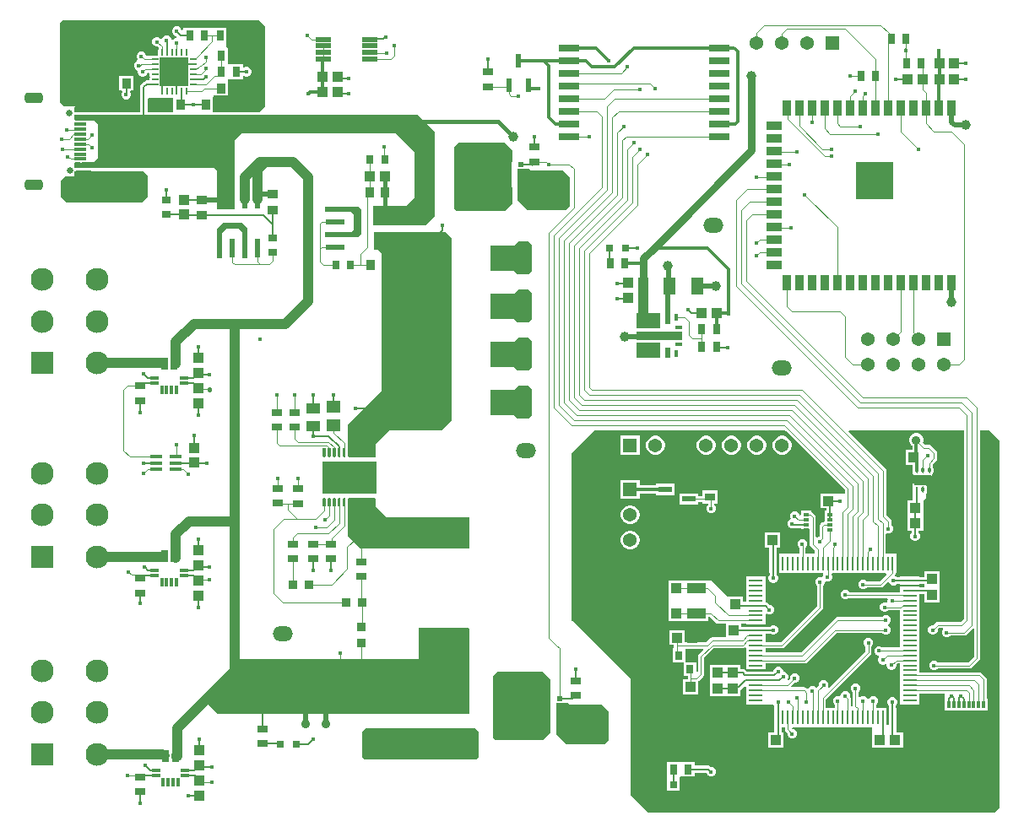
<source format=gbr>
%TF.GenerationSoftware,Altium Limited,Altium Designer,24.4.1 (13)*%
G04 Layer_Physical_Order=1*
G04 Layer_Color=255*
%FSLAX45Y45*%
%MOMM*%
%TF.SameCoordinates,7BA59CB3-8EBC-4C6A-B4C6-80429C3BB8AE*%
%TF.FilePolarity,Positive*%
%TF.FileFunction,Copper,L1,Top,Signal*%
%TF.Part,Single*%
G01*
G75*
%TA.AperFunction,SMDPad,CuDef*%
%ADD10R,1.15000X0.30000*%
%ADD11R,1.15000X0.60000*%
%TA.AperFunction,ConnectorPad*%
%ADD12R,0.90000X1.50000*%
%TA.AperFunction,SMDPad,CuDef*%
%ADD13R,0.30000X0.70000*%
%ADD14R,0.30000X1.00000*%
%ADD15R,0.80000X0.80000*%
G04:AMPARAMS|DCode=16|XSize=0.60607mm|YSize=0.29247mm|CornerRadius=0.14624mm|HoleSize=0mm|Usage=FLASHONLY|Rotation=90.000|XOffset=0mm|YOffset=0mm|HoleType=Round|Shape=RoundedRectangle|*
%AMROUNDEDRECTD16*
21,1,0.60607,0.00000,0,0,90.0*
21,1,0.31360,0.29247,0,0,90.0*
1,1,0.29247,0.00000,0.15680*
1,1,0.29247,0.00000,-0.15680*
1,1,0.29247,0.00000,-0.15680*
1,1,0.29247,0.00000,0.15680*
%
%ADD16ROUNDEDRECTD16*%
%ADD17R,0.29247X0.60607*%
%ADD18R,1.70000X1.00000*%
%ADD19R,0.80000X1.00000*%
%ADD20R,1.00000X0.80000*%
%ADD21R,0.40000X0.80000*%
%ADD22R,2.35000X1.60000*%
%ADD23R,0.50000X1.10000*%
%ADD24R,4.60000X0.96000*%
%ADD25R,0.80000X0.40000*%
%ADD26R,1.05000X1.00000*%
%ADD27R,2.30000X2.52000*%
%ADD28R,2.00000X0.80000*%
%ADD29R,2.85000X2.85000*%
%ADD30R,0.68107X0.23928*%
G04:AMPARAMS|DCode=31|XSize=0.68107mm|YSize=0.23928mm|CornerRadius=0.11964mm|HoleSize=0mm|Usage=FLASHONLY|Rotation=180.000|XOffset=0mm|YOffset=0mm|HoleType=Round|Shape=RoundedRectangle|*
%AMROUNDEDRECTD31*
21,1,0.68107,0.00000,0,0,180.0*
21,1,0.44178,0.23928,0,0,180.0*
1,1,0.23928,-0.22089,0.00000*
1,1,0.23928,0.22089,0.00000*
1,1,0.23928,0.22089,0.00000*
1,1,0.23928,-0.22089,0.00000*
%
%ADD31ROUNDEDRECTD31*%
G04:AMPARAMS|DCode=32|XSize=0.23928mm|YSize=0.68107mm|CornerRadius=0.11964mm|HoleSize=0mm|Usage=FLASHONLY|Rotation=180.000|XOffset=0mm|YOffset=0mm|HoleType=Round|Shape=RoundedRectangle|*
%AMROUNDEDRECTD32*
21,1,0.23928,0.44178,0,0,180.0*
21,1,0.00000,0.68107,0,0,180.0*
1,1,0.23928,0.00000,0.22089*
1,1,0.23928,0.00000,0.22089*
1,1,0.23928,0.00000,-0.22089*
1,1,0.23928,0.00000,-0.22089*
%
%ADD32ROUNDEDRECTD32*%
%ADD33R,0.20000X1.60000*%
%ADD34R,0.54000X0.35000*%
%TA.AperFunction,ConnectorPad*%
G04:AMPARAMS|DCode=35|XSize=0.45mm|YSize=1.55mm|CornerRadius=0.0495mm|HoleSize=0mm|Usage=FLASHONLY|Rotation=270.000|XOffset=0mm|YOffset=0mm|HoleType=Round|Shape=RoundedRectangle|*
%AMROUNDEDRECTD35*
21,1,0.45000,1.45100,0,0,270.0*
21,1,0.35100,1.55000,0,0,270.0*
1,1,0.09900,-0.72550,-0.17550*
1,1,0.09900,-0.72550,0.17550*
1,1,0.09900,0.72550,0.17550*
1,1,0.09900,0.72550,-0.17550*
%
%ADD35ROUNDEDRECTD35*%
%TA.AperFunction,SMDPad,CuDef*%
%ADD36R,0.63000X0.50000*%
%ADD37C,1.69552*%
%ADD38R,0.89000X0.93000*%
%ADD39R,1.38000X1.10000*%
%ADD40R,1.45000X1.15000*%
%ADD41R,0.93000X0.89000*%
%TA.AperFunction,BGAPad,CuDef*%
%ADD42C,0.25200*%
%TA.AperFunction,SMDPad,CuDef*%
%ADD43R,5.48000X3.24000*%
%ADD44R,1.46200X0.27940*%
%ADD45R,0.27940X1.46200*%
%ADD46R,1.90000X1.10000*%
%ADD47R,1.00000X1.05000*%
%ADD48R,0.80000X0.90000*%
%ADD49R,2.81000X1.45000*%
%ADD50R,5.00000X3.10000*%
%ADD51R,0.60000X1.35000*%
%ADD52R,1.35000X0.60000*%
%TA.AperFunction,ConnectorPad*%
%ADD53R,1.50000X0.90000*%
%TA.AperFunction,BGAPad,CuDef*%
%ADD54R,0.90000X0.90000*%
%TA.AperFunction,SMDPad,CuDef*%
%ADD55R,1.30000X1.80000*%
%ADD56R,0.65000X0.90000*%
%ADD57R,1.04000X1.02000*%
%ADD58R,0.92000X0.98000*%
%ADD59R,0.90000X0.65000*%
%ADD60R,0.98000X0.92000*%
%ADD61R,0.50800X1.98120*%
%ADD62R,1.02000X1.04000*%
%ADD63R,1.98120X0.50800*%
G04:AMPARAMS|DCode=64|XSize=1.19mm|YSize=0.4mm|CornerRadius=0.05mm|HoleSize=0mm|Usage=FLASHONLY|Rotation=180.000|XOffset=0mm|YOffset=0mm|HoleType=Round|Shape=RoundedRectangle|*
%AMROUNDEDRECTD64*
21,1,1.19000,0.30000,0,0,180.0*
21,1,1.09000,0.40000,0,0,180.0*
1,1,0.10000,-0.54500,0.15000*
1,1,0.10000,0.54500,0.15000*
1,1,0.10000,0.54500,-0.15000*
1,1,0.10000,-0.54500,-0.15000*
%
%ADD64ROUNDEDRECTD64*%
%ADD65R,0.30000X0.85000*%
%ADD66R,0.85000X0.30000*%
%TA.AperFunction,SMDPad,SMDef*%
%ADD67R,0.30000X0.50000*%
%TA.AperFunction,Conductor*%
%ADD68C,0.20000*%
%ADD69C,0.10000*%
%ADD70C,0.40000*%
%ADD71C,0.80000*%
%ADD72C,0.30000*%
%ADD73C,0.50000*%
%ADD74C,1.00000*%
%ADD75C,0.15000*%
%ADD76C,0.38100*%
%ADD77R,0.80000X1.30000*%
%ADD78R,0.80000X1.30000*%
%TA.AperFunction,ComponentPad*%
%ADD79C,0.65000*%
%ADD80O,2.10000X1.00000*%
G04:AMPARAMS|DCode=81|XSize=1.8mm|YSize=1mm|CornerRadius=0.25mm|HoleSize=0mm|Usage=FLASHONLY|Rotation=0.000|XOffset=0mm|YOffset=0mm|HoleType=Round|Shape=RoundedRectangle|*
%AMROUNDEDRECTD81*
21,1,1.80000,0.50000,0,0,0.0*
21,1,1.30000,1.00000,0,0,0.0*
1,1,0.50000,0.65000,-0.25000*
1,1,0.50000,-0.65000,-0.25000*
1,1,0.50000,-0.65000,0.25000*
1,1,0.50000,0.65000,0.25000*
%
%ADD81ROUNDEDRECTD81*%
%ADD82R,1.37000X1.37000*%
%ADD83C,1.37000*%
%TA.AperFunction,ViaPad*%
%ADD84O,2.00000X1.52400*%
%TA.AperFunction,ComponentPad*%
%ADD85C,0.40000*%
%ADD86R,1.37000X1.37000*%
%ADD87R,2.30000X2.30000*%
%ADD88C,2.30000*%
%TA.AperFunction,ViaPad*%
%ADD89C,0.45000*%
%ADD90C,1.00000*%
%ADD91C,0.90000*%
%ADD92C,0.60000*%
G36*
X4177221Y10409621D02*
X4191800Y10406721D01*
X4206379Y10409621D01*
X4216800Y10416584D01*
X4227221Y10409621D01*
X4241800Y10406721D01*
X4256379Y10409621D01*
X4266800Y10416584D01*
X4277221Y10409621D01*
X4287020Y10407672D01*
X4287020Y10394723D01*
X4274457Y10392224D01*
X4259753Y10382400D01*
X4184753Y10307400D01*
X4174929Y10292697D01*
X4172900Y10282497D01*
X4097116Y10206713D01*
X4083335Y10210893D01*
X4082532Y10214932D01*
X4075569Y10225353D01*
X4082532Y10235774D01*
X4085432Y10250353D01*
X4082532Y10264932D01*
X4075569Y10275353D01*
X4082532Y10285774D01*
X4085432Y10300353D01*
X4082532Y10314932D01*
X4075569Y10325353D01*
X4082532Y10335774D01*
X4085432Y10350353D01*
X4082532Y10364932D01*
X4075569Y10375353D01*
X4082532Y10385774D01*
X4085432Y10400353D01*
X4091800Y10406721D01*
X4106379Y10409621D01*
X4116800Y10416584D01*
X4127221Y10409621D01*
X4141800Y10406721D01*
X4156379Y10409621D01*
X4166800Y10416584D01*
X4177221Y10409621D01*
D02*
G37*
G36*
X5123180Y10728960D02*
Y9928860D01*
X5065258Y9870938D01*
X4604000D01*
Y10018500D01*
X4613600Y10028100D01*
Y10034800D01*
X4756400D01*
Y10183600D01*
X4753800Y10186200D01*
X4755073Y10198900D01*
X4902900D01*
Y10225999D01*
X4907036Y10229098D01*
X4915600Y10232685D01*
X4930772Y10226400D01*
X4949828D01*
X4967433Y10233693D01*
X4980907Y10247167D01*
X4988200Y10264772D01*
Y10283828D01*
X4980907Y10301433D01*
X4967433Y10314907D01*
X4949828Y10322200D01*
X4930772D01*
X4915600Y10315915D01*
X4907036Y10319502D01*
X4902900Y10322601D01*
Y10349700D01*
X4752900D01*
X4752900Y10349700D01*
Y10514800D01*
X4740200Y10527500D01*
Y10567200D01*
Y10718000D01*
X4304600D01*
Y10694674D01*
X4291900Y10688500D01*
X4289700Y10690228D01*
X4282407Y10707833D01*
X4268933Y10721307D01*
X4251328Y10728600D01*
X4232272D01*
X4214667Y10721307D01*
X4201193Y10707833D01*
X4193900Y10690228D01*
Y10671172D01*
X4201193Y10653567D01*
X4214667Y10640093D01*
X4232272Y10632800D01*
X4237268D01*
X4241681Y10627000D01*
X4235386Y10614300D01*
X4232272D01*
X4214667Y10607007D01*
X4201193Y10593533D01*
X4200800Y10592585D01*
X4188100Y10595111D01*
Y10601328D01*
X4180807Y10618933D01*
X4167333Y10632407D01*
X4149728Y10639700D01*
X4130672D01*
X4113067Y10632407D01*
X4099593Y10618933D01*
X4094762Y10607272D01*
X4093965Y10606806D01*
X4080567Y10604874D01*
X4070813Y10614627D01*
X4053208Y10621920D01*
X4034152D01*
X4016547Y10614627D01*
X4003073Y10601153D01*
X3995780Y10583548D01*
Y10564492D01*
X4003073Y10546887D01*
X4016547Y10533413D01*
X4034152Y10526120D01*
X4047745D01*
X4059605Y10514261D01*
Y10508065D01*
X4056604Y10503574D01*
X4053704Y10488996D01*
Y10450131D01*
X4049582Y10442571D01*
X4042022Y10438449D01*
X4003158D01*
X3988579Y10435549D01*
X3983001Y10431822D01*
X3934100D01*
Y10436228D01*
X3926807Y10453833D01*
X3913333Y10467307D01*
X3895728Y10474600D01*
X3876672D01*
X3859067Y10467307D01*
X3845593Y10453833D01*
X3838300Y10436228D01*
Y10417172D01*
X3845593Y10399567D01*
X3847726Y10397433D01*
X3844361Y10382837D01*
X3833667Y10378407D01*
X3820193Y10364933D01*
X3812900Y10347328D01*
Y10328272D01*
X3820193Y10310667D01*
X3833667Y10297193D01*
X3841454Y10293967D01*
X3851000Y10283828D01*
Y10264772D01*
X3858293Y10247167D01*
X3871767Y10233693D01*
X3889372Y10226400D01*
X3908428D01*
X3926033Y10233693D01*
X3939507Y10247167D01*
X3946223Y10263380D01*
X3952335Y10265203D01*
X3958220Y10265661D01*
X3966184Y10255996D01*
X3965061Y10250353D01*
X3967961Y10235774D01*
X3974925Y10225353D01*
X3967961Y10214932D01*
X3965061Y10200353D01*
X3965875Y10196264D01*
X3957818Y10186446D01*
X3940053D01*
X3926241Y10183699D01*
X3914531Y10175875D01*
X3886078Y10147422D01*
X3878254Y10135712D01*
X3875507Y10121900D01*
Y9870938D01*
X3229804D01*
X3223768Y9881004D01*
X3223260Y9882523D01*
Y9931400D01*
X3114040D01*
X3073400Y9972040D01*
Y10761980D01*
X3106420Y10795000D01*
X5057140D01*
X5123180Y10728960D01*
D02*
G37*
G36*
X4195479Y10013741D02*
X4207260Y10013741D01*
Y9870938D01*
X3947693D01*
Y10001433D01*
X3960231Y10013741D01*
X4195479D01*
D02*
G37*
G36*
X11424920Y8996680D02*
X11054080D01*
Y9367520D01*
X11424920D01*
Y8996680D01*
D02*
G37*
G36*
X3393440Y9276080D02*
X3909060D01*
X3949700Y9235440D01*
Y9014460D01*
X3893820Y8958580D01*
X3134360D01*
X3075940Y9017000D01*
Y9184640D01*
X3116580Y9225280D01*
X3225800D01*
Y9258866D01*
X3232600Y9275283D01*
Y9280400D01*
X3365100D01*
Y9283202D01*
X3386318D01*
X3393440Y9276080D01*
D02*
G37*
G36*
X7793653Y9283347D02*
X8116233D01*
X8184813Y9214767D01*
Y8925207D01*
X8141633Y8882027D01*
X7760633D01*
X7659033Y8983627D01*
Y9303667D01*
X7773333D01*
X7793653Y9283347D01*
D02*
G37*
G36*
X7606626Y9483074D02*
Y9379008D01*
X7603153Y9367747D01*
X7593926Y9367747D01*
X7603153D01*
Y9122747D01*
X7372153D01*
X7593926D01*
X7603153Y9122747D01*
X7606626Y9111486D01*
Y9071594D01*
Y8951540D01*
X7532033Y8876947D01*
X7049433D01*
X7026573Y8899807D01*
Y9517027D01*
X7072293Y9562747D01*
X7526953D01*
X7606626Y9483074D01*
D02*
G37*
G36*
X6825327Y9674513D02*
X6825327Y8829955D01*
X6732972Y8737600D01*
X6210300D01*
Y8930640D01*
X6540500D01*
X6626860Y9017000D01*
Y9471660D01*
X6441440Y9657080D01*
X4897121Y9658293D01*
X4892040Y9657080D01*
X4826000Y9591040D01*
Y8897620D01*
X4648200D01*
Y9283700D01*
X4622800Y9309100D01*
X3229299D01*
X3229241Y9309392D01*
X3225800Y9314541D01*
Y9364980D01*
X3272388D01*
X3280800Y9363307D01*
X3289212Y9364980D01*
X3408680D01*
X3449320Y9405620D01*
X3449320Y9745980D01*
X3408680Y9786620D01*
X3225800D01*
Y9837059D01*
X3229241Y9842208D01*
X3229804Y9845040D01*
X6654800D01*
X6825327Y9674513D01*
D02*
G37*
G36*
X6090920Y8897620D02*
Y8646160D01*
X6062980Y8618220D01*
X5730240D01*
Y8669020D01*
X5996940D01*
X6017260Y8689340D01*
Y8846820D01*
X5991860Y8872220D01*
X5730240D01*
Y8923020D01*
X6065520D01*
X6090920Y8897620D01*
D02*
G37*
G36*
X4953000Y8699500D02*
Y8404860D01*
X4902200D01*
Y8661400D01*
X4861560Y8702040D01*
X4739640Y8702040D01*
X4699000Y8661400D01*
Y8404860D01*
X4648200D01*
Y8696960D01*
X4706620Y8755380D01*
X4897120D01*
X4953000Y8699500D01*
D02*
G37*
G36*
X7802880Y8536940D02*
Y8277860D01*
X7767320Y8242300D01*
X7658100D01*
X7620000Y8280400D01*
X7388860D01*
Y8534400D01*
X7625080D01*
X7663180Y8572500D01*
X7767320D01*
X7802880Y8536940D01*
D02*
G37*
G36*
Y8054340D02*
Y7795260D01*
X7767320Y7759700D01*
X7658100D01*
X7620000Y7797800D01*
X7388860D01*
Y8051800D01*
X7625080D01*
X7663180Y8089900D01*
X7767320D01*
X7802880Y8054340D01*
D02*
G37*
G36*
Y7571740D02*
Y7312660D01*
X7767320Y7277100D01*
X7658100D01*
X7620000Y7315200D01*
X7388860D01*
Y7569200D01*
X7625080D01*
X7663180Y7607300D01*
X7767320D01*
X7802880Y7571740D01*
D02*
G37*
G36*
Y7089140D02*
Y6830060D01*
X7767320Y6794500D01*
X7658100D01*
X7620000Y6832600D01*
X7388860D01*
Y7086600D01*
X7625080D01*
X7663180Y7124700D01*
X7767320D01*
X7802880Y7089140D01*
D02*
G37*
G36*
X6997700Y8608156D02*
Y6776720D01*
X6898640Y6677660D01*
X6367780D01*
X6234600Y6544480D01*
Y6417301D01*
X6226399Y6409100D01*
X5967815D01*
X5962670Y6411232D01*
X5958731Y6415170D01*
X5956600Y6420315D01*
Y6423100D01*
Y6728760D01*
X6299200Y7071360D01*
Y8455660D01*
X6263640Y8491220D01*
X6223000D01*
Y8669020D01*
X6936836D01*
X6997700Y8608156D01*
D02*
G37*
G36*
X5934600Y6423100D02*
Y6420315D01*
X5932468Y6415170D01*
X5928530Y6411232D01*
X5923385Y6409100D01*
X5917815D01*
X5912670Y6411232D01*
X5908731Y6415170D01*
X5906600Y6420315D01*
Y6423100D01*
X5906600D01*
Y6494100D01*
X5934600D01*
Y6423100D01*
D02*
G37*
G36*
X5884600D02*
Y6420315D01*
X5882468Y6415170D01*
X5878530Y6411232D01*
X5873384Y6409100D01*
X5867815D01*
X5862670Y6411232D01*
X5858731Y6415170D01*
X5856600Y6420315D01*
Y6423100D01*
Y6494100D01*
X5884600D01*
Y6423100D01*
D02*
G37*
G36*
X5834600D02*
Y6420315D01*
X5832468Y6415170D01*
X5828530Y6411232D01*
X5823385Y6409100D01*
X5817815D01*
X5812670Y6411232D01*
X5808731Y6415170D01*
X5806600Y6420315D01*
Y6423100D01*
Y6494100D01*
X5834600D01*
Y6423100D01*
D02*
G37*
G36*
X5784600D02*
Y6420315D01*
X5782468Y6415170D01*
X5778530Y6411232D01*
X5773384Y6409100D01*
X5767815D01*
X5762669Y6411232D01*
X5758731Y6415170D01*
X5756600Y6420315D01*
Y6423100D01*
Y6494100D01*
X5784600D01*
X5784600Y6423100D01*
D02*
G37*
G36*
X5734600D02*
Y6420315D01*
X5732468Y6415170D01*
X5728530Y6411232D01*
X5723385Y6409100D01*
X5717815D01*
X5712670Y6411232D01*
X5708731Y6415170D01*
X5706600Y6420315D01*
Y6423100D01*
Y6494100D01*
X5734600D01*
Y6423100D01*
D02*
G37*
G36*
X6228530Y5996968D02*
X6234600Y5990899D01*
Y5987885D01*
Y5985100D01*
Y5914100D01*
X6344800Y5803900D01*
X7172960D01*
Y5494020D01*
X6083300D01*
X5956599Y5620720D01*
X5956600Y5985100D01*
Y5987885D01*
X5958731Y5993030D01*
X5962670Y5996968D01*
X5967815Y5999100D01*
X5973385D01*
X5978530Y5996968D01*
X6012669D01*
X6017815Y5999100D01*
X6023384D01*
X6028530Y5996968D01*
X6062670D01*
X6067815Y5999100D01*
X6073385D01*
X6078530Y5996968D01*
X6112670D01*
X6117815Y5999100D01*
X6123385D01*
X6128530Y5996968D01*
X6162670D01*
X6167815Y5999100D01*
X6173385D01*
X6178530Y5996968D01*
X6212670D01*
X6217815Y5999100D01*
X6223385D01*
X6228530Y5996968D01*
D02*
G37*
G36*
X5928530D02*
X5932468Y5993030D01*
X5934600Y5987885D01*
Y5985100D01*
Y5914100D01*
X5906600D01*
X5906600Y5985100D01*
Y5987885D01*
X5908731Y5993030D01*
X5912670Y5996968D01*
X5917815Y5999100D01*
X5923385D01*
X5928530Y5996968D01*
D02*
G37*
G36*
X5878530D02*
X5882468Y5993030D01*
X5884600Y5987885D01*
Y5985100D01*
Y5914100D01*
X5856600D01*
Y5985100D01*
Y5987885D01*
X5858731Y5993030D01*
X5862670Y5996968D01*
X5867815Y5999100D01*
X5873384D01*
X5878530Y5996968D01*
D02*
G37*
G36*
X5828530D02*
X5832468Y5993030D01*
X5834600Y5987885D01*
Y5985100D01*
Y5914100D01*
X5806600D01*
Y5985100D01*
Y5987885D01*
X5808731Y5993030D01*
X5812670Y5996968D01*
X5817815Y5999100D01*
X5823385D01*
X5828530Y5996968D01*
D02*
G37*
G36*
X5778530D02*
X5782468Y5993030D01*
X5784600Y5987885D01*
Y5985100D01*
X5784600D01*
Y5914100D01*
X5756600D01*
Y5985100D01*
Y5987885D01*
X5758731Y5993030D01*
X5762669Y5996968D01*
X5767815Y5999100D01*
X5773384D01*
X5778530Y5996968D01*
D02*
G37*
G36*
X5728530D02*
X5732468Y5993030D01*
X5734600Y5987885D01*
Y5985100D01*
Y5914100D01*
X5706600D01*
Y5985100D01*
Y5987885D01*
X5708731Y5993030D01*
X5712670Y5996968D01*
X5717815Y5999100D01*
X5723385D01*
X5728530Y5996968D01*
D02*
G37*
G36*
X12494260Y6576060D02*
Y2893060D01*
X12446000Y2844800D01*
X8966200D01*
X8790332Y3020668D01*
Y4189068D01*
X8204200Y4775200D01*
Y6451600D01*
X8432800Y6680200D01*
X10344766D01*
X10941804Y6083161D01*
Y6042660D01*
X10849892D01*
Y6044400D01*
X10694092D01*
Y5893600D01*
X10753998D01*
Y5871000D01*
X10737692D01*
Y5759096D01*
X10731900D01*
X10720039Y5756736D01*
X10709983Y5750017D01*
X10696883Y5736917D01*
X10690164Y5726862D01*
X10687804Y5715000D01*
Y5610500D01*
X10683872D01*
X10666267Y5603207D01*
X10663436Y5600376D01*
X10650736Y5605637D01*
Y5806440D01*
X10648376Y5818302D01*
X10641657Y5828357D01*
X10619997Y5850017D01*
X10609941Y5856736D01*
X10605492Y5857622D01*
Y5871000D01*
X10500692D01*
Y5830492D01*
X10487992Y5824254D01*
X10487300Y5824788D01*
Y5826128D01*
X10480007Y5843733D01*
X10466533Y5857207D01*
X10448928Y5864500D01*
X10429872D01*
X10412267Y5857207D01*
X10398793Y5843733D01*
X10391500Y5826128D01*
Y5807072D01*
X10398793Y5789467D01*
X10398029Y5785631D01*
X10386867Y5781007D01*
X10373393Y5767533D01*
X10366100Y5749928D01*
Y5730872D01*
X10373393Y5713267D01*
X10386867Y5699793D01*
X10404472Y5692500D01*
X10423528D01*
X10425817Y5693448D01*
X10433065Y5692007D01*
X10500692D01*
Y5685200D01*
X10588744D01*
Y5534660D01*
X10591104Y5522798D01*
X10597823Y5512743D01*
X10640456Y5470109D01*
Y5438660D01*
X10549521D01*
Y5503381D01*
X10556207Y5510067D01*
X10563500Y5527672D01*
Y5546728D01*
X10556207Y5564333D01*
X10542733Y5577807D01*
X10525128Y5585100D01*
X10506072D01*
X10488467Y5577807D01*
X10474993Y5564333D01*
X10467700Y5546728D01*
Y5527672D01*
X10474993Y5510067D01*
X10487530Y5497529D01*
Y5438660D01*
X10282082D01*
Y5241660D01*
X10719926D01*
X10726850Y5228960D01*
X10721700Y5216528D01*
Y5210071D01*
X10709000Y5201585D01*
X10702928Y5204100D01*
X10683872D01*
X10666267Y5196807D01*
X10652793Y5183333D01*
X10645500Y5165728D01*
Y5146672D01*
X10652793Y5129067D01*
X10662404Y5119455D01*
Y4915039D01*
X10297961Y4550596D01*
X10147792D01*
Y4634707D01*
X10194653D01*
X10196367Y4632993D01*
X10213972Y4625700D01*
X10233028D01*
X10250633Y4632993D01*
X10264107Y4646467D01*
X10271400Y4664072D01*
Y4683128D01*
X10264107Y4700733D01*
X10250633Y4714207D01*
X10233028Y4721500D01*
X10213972D01*
X10196367Y4714207D01*
X10189053Y4706894D01*
X10147792D01*
Y4707370D01*
X9950792D01*
Y4704093D01*
X9906500D01*
Y4737004D01*
X9950792D01*
Y4728630D01*
X10147792D01*
Y4830074D01*
X10160492Y4835271D01*
X10175872Y4828900D01*
X10194928D01*
X10212533Y4836193D01*
X10226007Y4849667D01*
X10233300Y4867272D01*
Y4886328D01*
X10226007Y4903933D01*
X10212533Y4917407D01*
X10194928Y4924700D01*
X10188544D01*
X10173692Y4939552D01*
X10161982Y4947376D01*
X10148170Y4950123D01*
X10147792D01*
Y5078630D01*
Y5207370D01*
X9950792D01*
Y5078630D01*
Y4954093D01*
X9921492D01*
Y5006700D01*
X9770692D01*
X9606292Y5171100D01*
X9572792D01*
Y5171100D01*
Y5171100D01*
X9331992D01*
Y5171100D01*
X9327092Y5168100D01*
X9171292D01*
Y5017300D01*
Y4915300D01*
X9170092Y4914100D01*
Y4763300D01*
X9325891D01*
X9331992Y4760300D01*
Y4760300D01*
X9572792D01*
Y4807704D01*
X9588361D01*
X9649983Y4746083D01*
X9660038Y4739364D01*
X9671900Y4737004D01*
X9750700D01*
Y4602996D01*
X9616002D01*
X9604140Y4600636D01*
X9594085Y4593917D01*
X9549359Y4549192D01*
X9337400D01*
Y4672800D01*
X9181600D01*
Y4522000D01*
X9228505D01*
Y4490000D01*
X9213492D01*
Y4349200D01*
X9323492D01*
Y4209200D01*
X9365804D01*
Y4177500D01*
X9318900D01*
Y4026700D01*
X9474700D01*
Y4161896D01*
X9479313Y4164979D01*
X9521517Y4207183D01*
X9528236Y4217238D01*
X9530596Y4229100D01*
Y4394061D01*
X9626739Y4490204D01*
X9918700D01*
X9930562Y4492564D01*
X9938092Y4497596D01*
X9950792Y4493391D01*
Y4378630D01*
Y4278630D01*
X10147792D01*
Y4337005D01*
X10540200D01*
X10552062Y4339364D01*
X10562117Y4346083D01*
X10858639Y4642604D01*
X11317055D01*
X11326667Y4632993D01*
X11344272Y4625700D01*
X11363328D01*
X11380933Y4632993D01*
X11394407Y4646467D01*
X11401700Y4664072D01*
Y4683128D01*
X11394407Y4700733D01*
X11380933Y4714207D01*
X11372920Y4717527D01*
Y4731273D01*
X11380933Y4734593D01*
X11394407Y4748067D01*
X11401700Y4765672D01*
Y4784728D01*
X11394407Y4802333D01*
X11380933Y4815807D01*
X11363328Y4823100D01*
X11344272D01*
X11326667Y4815807D01*
X11317055Y4806196D01*
X10871200D01*
X10859338Y4803836D01*
X10849283Y4797117D01*
X10501161Y4448996D01*
X10147792D01*
Y4488604D01*
X10310800D01*
X10322662Y4490964D01*
X10332717Y4497683D01*
X10715317Y4880283D01*
X10722036Y4890338D01*
X10724396Y4902200D01*
Y5119455D01*
X10734007Y5129067D01*
X10741300Y5146672D01*
Y5153129D01*
X10754000Y5161615D01*
X10760072Y5159100D01*
X10779128D01*
X10796733Y5166393D01*
X10810207Y5179867D01*
X10817500Y5197472D01*
Y5216528D01*
X10812350Y5228960D01*
X10819274Y5241660D01*
X11353432D01*
X11358292Y5229927D01*
X11290161Y5161796D01*
X11161945D01*
X11152333Y5171407D01*
X11134728Y5178700D01*
X11115672D01*
X11098067Y5171407D01*
X11084593Y5157933D01*
X11077300Y5140328D01*
Y5121272D01*
X11084593Y5103667D01*
X11098067Y5090193D01*
X11115672Y5082900D01*
X11134728D01*
X11152333Y5090193D01*
X11161945Y5099804D01*
X11303000D01*
X11314862Y5102164D01*
X11324917Y5108883D01*
X11370419Y5154385D01*
X11385400Y5151405D01*
X11389393Y5141767D01*
X11402867Y5128293D01*
X11420472Y5121000D01*
X11439528D01*
X11457133Y5128293D01*
X11461197Y5132357D01*
X11495112D01*
Y5128630D01*
X11692112D01*
Y5131907D01*
X11739192D01*
Y5104093D01*
X11692112D01*
Y5107370D01*
X11495112D01*
Y5054596D01*
X10988727D01*
X10988007Y5056333D01*
X10974533Y5069807D01*
X10956928Y5077100D01*
X10937872D01*
X10920267Y5069807D01*
X10906793Y5056333D01*
X10899500Y5038728D01*
Y5019672D01*
X10906793Y5002067D01*
X10920267Y4988593D01*
X10937872Y4981300D01*
X10956928D01*
X10974533Y4988593D01*
X10978545Y4992604D01*
X11365168D01*
X11372224Y4982045D01*
X11369400Y4975228D01*
Y4956172D01*
X11369451Y4956050D01*
X11359731Y4946329D01*
X11350628Y4950100D01*
X11331572D01*
X11313967Y4942807D01*
X11300493Y4929333D01*
X11293200Y4911728D01*
Y4892672D01*
X11300493Y4875067D01*
X11313967Y4861593D01*
X11331572Y4854300D01*
X11350628D01*
X11368233Y4861593D01*
X11377845Y4871204D01*
X11495112D01*
Y4778630D01*
Y4678630D01*
Y4578630D01*
Y4496386D01*
X11319355D01*
X11312353Y4503387D01*
X11294748Y4510680D01*
X11275692D01*
X11258087Y4503387D01*
X11244613Y4489913D01*
X11237320Y4472308D01*
Y4453252D01*
X11244613Y4435647D01*
X11258087Y4422173D01*
X11275692Y4414880D01*
X11281159D01*
X11286420Y4402180D01*
X11285253Y4401013D01*
X11277960Y4383408D01*
Y4364352D01*
X11285253Y4346747D01*
X11298727Y4333273D01*
X11316332Y4325980D01*
X11335388D01*
X11349872Y4331980D01*
X11359190Y4326883D01*
X11361780Y4324212D01*
Y4311012D01*
X11369073Y4293407D01*
X11382547Y4279933D01*
X11400152Y4272640D01*
X11419208D01*
X11436813Y4279933D01*
X11450287Y4293407D01*
X11457580Y4311012D01*
Y4324606D01*
X11469979Y4337004D01*
X11495112D01*
Y4228630D01*
Y4128630D01*
Y4028630D01*
Y3928630D01*
X11692112D01*
Y4037004D01*
X11940642D01*
X11943980Y3984700D01*
Y3863900D01*
X12374780D01*
Y3931306D01*
X12375376Y3934300D01*
X12374780Y3937294D01*
Y3984700D01*
X12365376D01*
Y4175620D01*
X12363016Y4187482D01*
X12356297Y4197537D01*
X12313917Y4239917D01*
X12303862Y4246636D01*
X12292000Y4248996D01*
X11692112D01*
Y4328630D01*
Y4428630D01*
Y4528630D01*
Y4628630D01*
Y4728630D01*
Y4828630D01*
Y4928630D01*
Y5031907D01*
X11739192D01*
Y4950100D01*
X11889992D01*
Y5104900D01*
Y5260700D01*
X11739192D01*
Y5204093D01*
X11692112D01*
Y5207370D01*
X11495112D01*
Y5204544D01*
X11462097D01*
X11457133Y5209507D01*
X11447495Y5213500D01*
X11443838Y5225762D01*
X11444170Y5228533D01*
X11450088Y5237390D01*
X11450937Y5241660D01*
X11460822D01*
Y5438660D01*
X11352447D01*
Y5637405D01*
X11363007Y5644461D01*
X11369672Y5641700D01*
X11388728D01*
X11406333Y5648993D01*
X11419807Y5662467D01*
X11427100Y5680072D01*
Y5699128D01*
X11419807Y5716733D01*
X11410196Y5726345D01*
Y5765800D01*
X11407836Y5777662D01*
X11401117Y5787717D01*
X11359396Y5829439D01*
Y6273800D01*
X11357036Y6285662D01*
X11350317Y6295717D01*
X10977568Y6668467D01*
X10982428Y6680200D01*
X12135604D01*
Y4788039D01*
X12102961Y4755396D01*
X11874500D01*
X11862638Y4753036D01*
X11852583Y4746317D01*
X11827766Y4721500D01*
X11814172D01*
X11796567Y4714207D01*
X11783093Y4700733D01*
X11775800Y4683128D01*
Y4664072D01*
X11783093Y4646467D01*
X11796567Y4632993D01*
X11814172Y4625700D01*
X11833228D01*
X11850833Y4632993D01*
X11864307Y4646467D01*
X11871600Y4664072D01*
Y4677666D01*
X11887339Y4693404D01*
X11922903D01*
X11928164Y4680704D01*
X11922793Y4675333D01*
X11915500Y4657728D01*
Y4638672D01*
X11922793Y4621067D01*
X11936267Y4607593D01*
X11953872Y4600300D01*
X11972928D01*
X11990533Y4607593D01*
X12000145Y4617204D01*
X12141200D01*
X12153062Y4619564D01*
X12163117Y4626283D01*
X12225471Y4688637D01*
X12237204Y4683777D01*
Y4407039D01*
X12179161Y4348996D01*
X11873145D01*
X11863533Y4358607D01*
X11845928Y4365900D01*
X11826872D01*
X11809267Y4358607D01*
X11795793Y4345133D01*
X11788500Y4327528D01*
Y4308472D01*
X11795793Y4290867D01*
X11809267Y4277393D01*
X11826872Y4270100D01*
X11845928D01*
X11863533Y4277393D01*
X11873145Y4287004D01*
X12192000D01*
X12203862Y4289364D01*
X12213917Y4296083D01*
X12290117Y4372283D01*
X12296836Y4382338D01*
X12299196Y4394200D01*
Y6680200D01*
X12390120D01*
X12494260Y6576060D01*
D02*
G37*
G36*
X9524333Y4475467D02*
X9477683Y4428817D01*
X9470964Y4418762D01*
X9468604Y4406900D01*
Y4252037D01*
X9466992Y4250960D01*
X9454292Y4257748D01*
Y4350000D01*
X9344292D01*
Y4487200D01*
X9519472D01*
X9524333Y4475467D01*
D02*
G37*
G36*
X7172960Y4684917D02*
Y3827780D01*
X4654346D01*
X4486173Y3995953D01*
X4874095Y4383875D01*
X6672001D01*
Y4690801D01*
X6672580Y4691380D01*
X7163957Y4693874D01*
X7172960Y4684917D01*
D02*
G37*
G36*
X7991773Y4174827D02*
Y4008347D01*
Y3763347D01*
Y3643293D01*
X7917180Y3568700D01*
X7434580D01*
X7411720Y3591560D01*
Y4208780D01*
X7457440Y4254500D01*
X7912100D01*
X7991773Y4174827D01*
D02*
G37*
G36*
X8181340Y3924300D02*
X8503920D01*
X8572500Y3855720D01*
Y3566160D01*
X8529320Y3522980D01*
X8148320D01*
X8046720Y3624580D01*
Y3944620D01*
X8161020D01*
X8181340Y3924300D01*
D02*
G37*
G36*
X7266940Y3657600D02*
Y3395980D01*
X7246620Y3375660D01*
X6123940D01*
X6103620Y3395980D01*
Y3655060D01*
X6136640Y3688080D01*
X7236460D01*
X7266940Y3657600D01*
D02*
G37*
%LPC*%
G36*
X3580100Y10196093D02*
X3566288Y10193346D01*
X3554578Y10185522D01*
X3546754Y10173812D01*
X3544007Y10160000D01*
X3546754Y10146188D01*
X3554578Y10134478D01*
X3555878Y10133178D01*
X3567588Y10125354D01*
X3581400Y10122607D01*
X3595212Y10125354D01*
X3606922Y10133178D01*
X3614746Y10144888D01*
X3617493Y10158700D01*
X3614746Y10172512D01*
X3606922Y10184222D01*
X3605622Y10185522D01*
X3593912Y10193346D01*
X3580100Y10196093D01*
D02*
G37*
G36*
X3806500Y10234400D02*
X3663700D01*
Y10085600D01*
X3687999D01*
X3693260Y10072900D01*
X3693193Y10072833D01*
X3685900Y10055228D01*
Y10036172D01*
X3693193Y10018567D01*
X3706667Y10005093D01*
X3724272Y9997800D01*
X3743328D01*
X3760933Y10005093D01*
X3774407Y10018567D01*
X3781700Y10036172D01*
Y10055228D01*
X3774407Y10072833D01*
X3774340Y10072900D01*
X3779601Y10085600D01*
X3806500D01*
Y10234400D01*
D02*
G37*
G36*
X4121120Y9980193D02*
X4107308Y9977446D01*
X4095598Y9969622D01*
X4087774Y9957912D01*
X4085027Y9944100D01*
X4087774Y9930288D01*
X4095598Y9918578D01*
X4098138Y9916038D01*
X4109848Y9908214D01*
X4123660Y9905467D01*
X4137472Y9908214D01*
X4149182Y9916038D01*
X4157006Y9927748D01*
X4159753Y9941560D01*
X4157006Y9955372D01*
X4149182Y9967082D01*
X4146642Y9969622D01*
X4134932Y9977446D01*
X4121120Y9980193D01*
D02*
G37*
G36*
X10324762Y6621700D02*
X10300038D01*
X10276156Y6615301D01*
X10254744Y6602939D01*
X10237261Y6585456D01*
X10224899Y6564044D01*
X10218500Y6540162D01*
Y6515438D01*
X10224899Y6491556D01*
X10237261Y6470144D01*
X10254744Y6452661D01*
X10276156Y6440299D01*
X10300038Y6433900D01*
X10324762D01*
X10348644Y6440299D01*
X10370056Y6452661D01*
X10387539Y6470144D01*
X10399901Y6491556D01*
X10406300Y6515438D01*
Y6540162D01*
X10399901Y6564044D01*
X10387539Y6585456D01*
X10370056Y6602939D01*
X10348644Y6615301D01*
X10324762Y6621700D01*
D02*
G37*
G36*
X10070762D02*
X10046038D01*
X10022156Y6615301D01*
X10000744Y6602939D01*
X9983261Y6585456D01*
X9970899Y6564044D01*
X9964500Y6540162D01*
Y6515438D01*
X9970899Y6491556D01*
X9983261Y6470144D01*
X10000744Y6452661D01*
X10022156Y6440299D01*
X10046038Y6433900D01*
X10070762D01*
X10094644Y6440299D01*
X10116056Y6452661D01*
X10133539Y6470144D01*
X10145901Y6491556D01*
X10152300Y6515438D01*
Y6540162D01*
X10145901Y6564044D01*
X10133539Y6585456D01*
X10116056Y6602939D01*
X10094644Y6615301D01*
X10070762Y6621700D01*
D02*
G37*
G36*
X9816762D02*
X9792038D01*
X9768156Y6615301D01*
X9746744Y6602939D01*
X9729261Y6585456D01*
X9716899Y6564044D01*
X9710500Y6540162D01*
Y6515438D01*
X9716899Y6491556D01*
X9729261Y6470144D01*
X9746744Y6452661D01*
X9768156Y6440299D01*
X9792038Y6433900D01*
X9816762D01*
X9840644Y6440299D01*
X9862056Y6452661D01*
X9879539Y6470144D01*
X9891901Y6491556D01*
X9898300Y6515438D01*
Y6540162D01*
X9891901Y6564044D01*
X9879539Y6585456D01*
X9862056Y6602939D01*
X9840644Y6615301D01*
X9816762Y6621700D01*
D02*
G37*
G36*
X9562762D02*
X9538038D01*
X9514156Y6615301D01*
X9492744Y6602939D01*
X9475261Y6585456D01*
X9462899Y6564044D01*
X9456500Y6540162D01*
Y6515438D01*
X9462899Y6491556D01*
X9475261Y6470144D01*
X9492744Y6452661D01*
X9514156Y6440299D01*
X9538038Y6433900D01*
X9562762D01*
X9586644Y6440299D01*
X9608056Y6452661D01*
X9625539Y6470144D01*
X9637901Y6491556D01*
X9644300Y6515438D01*
Y6540162D01*
X9637901Y6564044D01*
X9625539Y6585456D01*
X9608056Y6602939D01*
X9586644Y6615301D01*
X9562762Y6621700D01*
D02*
G37*
G36*
X9054762D02*
X9030038D01*
X9006156Y6615301D01*
X8984744Y6602939D01*
X8967261Y6585456D01*
X8954899Y6564044D01*
X8948500Y6540162D01*
Y6515438D01*
X8954899Y6491556D01*
X8967261Y6470144D01*
X8984744Y6452661D01*
X9006156Y6440299D01*
X9030038Y6433900D01*
X9054762D01*
X9078644Y6440299D01*
X9100056Y6452661D01*
X9117539Y6470144D01*
X9129901Y6491556D01*
X9136300Y6515438D01*
Y6540162D01*
X9129901Y6564044D01*
X9117539Y6585456D01*
X9100056Y6602939D01*
X9078644Y6615301D01*
X9054762Y6621700D01*
D02*
G37*
G36*
X8882300D02*
X8694500D01*
Y6433900D01*
X8882300D01*
Y6621700D01*
D02*
G37*
G36*
X11667868Y6649000D02*
X11649332D01*
X11631427Y6644202D01*
X11615373Y6634934D01*
X11602266Y6621827D01*
X11592998Y6605773D01*
X11588200Y6587868D01*
Y6569332D01*
X11592998Y6551427D01*
X11602266Y6535373D01*
X11615373Y6522266D01*
X11617409Y6521091D01*
Y6481280D01*
X11554100D01*
Y6330480D01*
X11619500D01*
Y6273800D01*
X11619884Y6271871D01*
Y6258424D01*
X11622990Y6242807D01*
X11631836Y6229568D01*
X11645075Y6220722D01*
X11660692Y6217616D01*
X11676308Y6220722D01*
X11684027Y6225880D01*
X11693192Y6228519D01*
X11702357Y6225880D01*
X11710075Y6220722D01*
X11725692Y6217616D01*
X11741308Y6220722D01*
X11749027Y6225880D01*
X11758192Y6228519D01*
X11767357Y6225880D01*
X11775076Y6220722D01*
X11790692Y6217616D01*
X11806308Y6220722D01*
X11819547Y6229568D01*
X11828393Y6242807D01*
X11831500Y6258424D01*
Y6289783D01*
X11828393Y6305399D01*
X11821688Y6315435D01*
Y6334633D01*
X11858317Y6371263D01*
X11865036Y6381318D01*
X11867396Y6393180D01*
Y6451600D01*
X11865036Y6463462D01*
X11858317Y6473517D01*
X11807517Y6524317D01*
X11797462Y6531036D01*
X11785600Y6533396D01*
X11747639D01*
X11725345Y6555690D01*
X11729000Y6569332D01*
Y6587868D01*
X11724202Y6605773D01*
X11714934Y6621827D01*
X11701827Y6634934D01*
X11685773Y6644202D01*
X11667868Y6649000D01*
D02*
G37*
G36*
X11725692Y6139984D02*
X11713415Y6137542D01*
X11700715Y6139200D01*
Y6139200D01*
X11700715Y6139200D01*
X11620668D01*
Y6027793D01*
X11624598D01*
Y5974800D01*
X11572792D01*
Y5824001D01*
X11572791D01*
Y5822399D01*
X11572792D01*
Y5671600D01*
X11609807D01*
Y5645047D01*
X11605293Y5640533D01*
X11598000Y5622928D01*
Y5603872D01*
X11605293Y5586267D01*
X11618767Y5572793D01*
X11636372Y5565500D01*
X11655428D01*
X11673033Y5572793D01*
X11686507Y5586267D01*
X11693800Y5603872D01*
Y5622928D01*
X11686507Y5640533D01*
X11681993Y5645047D01*
Y5671600D01*
X11728592D01*
Y5822399D01*
X11728592D01*
Y5824001D01*
X11728592D01*
Y5974800D01*
X11754547Y6000755D01*
Y6038962D01*
X11763393Y6052200D01*
X11766499Y6067817D01*
Y6099176D01*
X11763393Y6114793D01*
X11754547Y6128032D01*
X11741308Y6136877D01*
X11725692Y6139984D01*
D02*
G37*
G36*
X8882300Y6177200D02*
X8694500D01*
Y5989400D01*
X8882300D01*
Y6042109D01*
X9045400D01*
Y6027900D01*
X9231200D01*
Y6138700D01*
X9045400D01*
Y6124491D01*
X8882300D01*
Y6177200D01*
D02*
G37*
G36*
X9663900Y6073700D02*
X9513100D01*
Y6019296D01*
X9471200D01*
Y6043700D01*
X9285400D01*
Y5932900D01*
X9471200D01*
Y5957304D01*
X9513100D01*
Y5942900D01*
X9570204D01*
Y5929545D01*
X9560593Y5919933D01*
X9553300Y5902328D01*
Y5883272D01*
X9560593Y5865667D01*
X9574067Y5852193D01*
X9591672Y5844900D01*
X9610728D01*
X9628333Y5852193D01*
X9641807Y5865667D01*
X9649100Y5883272D01*
Y5902328D01*
X9641807Y5919933D01*
X9632196Y5929545D01*
Y5942900D01*
X9663900D01*
Y6073700D01*
D02*
G37*
G36*
X8800762Y5923200D02*
X8776038D01*
X8752156Y5916801D01*
X8730744Y5904439D01*
X8713261Y5886956D01*
X8700899Y5865544D01*
X8694500Y5841662D01*
Y5816938D01*
X8700899Y5793056D01*
X8713261Y5771644D01*
X8730744Y5754161D01*
X8752156Y5741799D01*
X8776038Y5735400D01*
X8800762D01*
X8824644Y5741799D01*
X8846056Y5754161D01*
X8863539Y5771644D01*
X8875901Y5793056D01*
X8882300Y5816938D01*
Y5841662D01*
X8875901Y5865544D01*
X8863539Y5886956D01*
X8846056Y5904439D01*
X8824644Y5916801D01*
X8800762Y5923200D01*
D02*
G37*
G36*
Y5669200D02*
X8776038D01*
X8752156Y5662801D01*
X8730744Y5650439D01*
X8713261Y5632956D01*
X8700899Y5611544D01*
X8694500Y5587662D01*
Y5562938D01*
X8700899Y5539056D01*
X8713261Y5517644D01*
X8730744Y5500161D01*
X8752156Y5487799D01*
X8776038Y5481400D01*
X8800762D01*
X8824644Y5487799D01*
X8846056Y5500161D01*
X8863539Y5517644D01*
X8875901Y5539056D01*
X8882300Y5562938D01*
Y5587662D01*
X8875901Y5611544D01*
X8863539Y5632956D01*
X8846056Y5650439D01*
X8824644Y5662801D01*
X8800762Y5669200D01*
D02*
G37*
G36*
X10291092Y5650700D02*
X10135292D01*
Y5499900D01*
X10185358D01*
Y5438660D01*
X10182082D01*
Y5241660D01*
X10186382D01*
Y5224923D01*
X10182893Y5221433D01*
X10175600Y5203828D01*
Y5184772D01*
X10182893Y5167167D01*
X10196367Y5153693D01*
X10213972Y5146400D01*
X10233028D01*
X10250633Y5153693D01*
X10264107Y5167167D01*
X10271400Y5184772D01*
Y5203828D01*
X10264107Y5221433D01*
X10258569Y5226971D01*
Y5241660D01*
X10260822D01*
Y5438660D01*
X10257545D01*
Y5499900D01*
X10291092D01*
Y5650700D01*
D02*
G37*
G36*
X11186650Y4594500D02*
X11167595D01*
X11149990Y4587207D01*
X11136515Y4573733D01*
X11129223Y4556128D01*
Y4537072D01*
X11136515Y4519467D01*
X11146127Y4509855D01*
Y4458961D01*
X10783923Y4096757D01*
X10773156Y4103951D01*
X10776860Y4112892D01*
Y4131948D01*
X10769567Y4149553D01*
X10756093Y4163027D01*
X10738488Y4170320D01*
X10719432D01*
X10701827Y4163027D01*
X10688353Y4149553D01*
X10681060Y4131948D01*
Y4118354D01*
X10655823Y4093118D01*
X10644333Y4104607D01*
X10626728Y4111900D01*
X10607672D01*
X10590067Y4104607D01*
X10576593Y4091133D01*
X10574690Y4086539D01*
X10562233Y4084061D01*
X10556377Y4089917D01*
X10546322Y4096636D01*
X10534460Y4098996D01*
X10407823D01*
X10402963Y4110729D01*
X10435335Y4143100D01*
X10448928D01*
X10466533Y4150393D01*
X10480007Y4163867D01*
X10487300Y4181472D01*
Y4200528D01*
X10480007Y4218133D01*
X10466533Y4231607D01*
X10448928Y4238900D01*
X10429872D01*
X10412267Y4231607D01*
X10398793Y4218133D01*
X10391500Y4200528D01*
Y4186935D01*
X10378267Y4173701D01*
X10367500Y4180895D01*
X10373000Y4194172D01*
Y4213228D01*
X10365707Y4230833D01*
X10352233Y4244307D01*
X10334628Y4251600D01*
X10322200D01*
Y4264028D01*
X10314907Y4281633D01*
X10301433Y4295107D01*
X10283828Y4302400D01*
X10264772D01*
X10247167Y4295107D01*
X10233693Y4281633D01*
X10226400Y4264028D01*
Y4258890D01*
X10221604Y4254093D01*
X10147792D01*
Y4257370D01*
X9952101D01*
X9940949Y4268522D01*
X9929239Y4276346D01*
X9915427Y4279094D01*
X9896092D01*
Y4320900D01*
X9745292D01*
Y4320901D01*
X9743691D01*
Y4320900D01*
X9592892D01*
Y4165100D01*
Y4010300D01*
X9743691D01*
Y4010299D01*
X9745292D01*
Y4010300D01*
X9896092D01*
Y4069622D01*
X9905356Y4075812D01*
X9939059Y4109515D01*
X9950792Y4104654D01*
Y4028630D01*
Y3928630D01*
X10227629D01*
X10236782Y3919477D01*
Y3894340D01*
X10232082D01*
Y3697340D01*
X10235358D01*
Y3644100D01*
X10173392D01*
Y3493300D01*
X10329192D01*
Y3644100D01*
X10307545D01*
Y3697340D01*
X10340456D01*
Y3674748D01*
X10342815Y3662887D01*
X10349535Y3652831D01*
X10366100Y3636266D01*
Y3622672D01*
X10373393Y3605067D01*
X10386867Y3591593D01*
X10404472Y3584300D01*
X10423528D01*
X10441133Y3591593D01*
X10454607Y3605067D01*
X10461900Y3622672D01*
Y3641728D01*
X10454607Y3659333D01*
X10441133Y3672807D01*
X10423528Y3680100D01*
X10416963D01*
X10413432Y3684640D01*
X10419643Y3697340D01*
X11214792D01*
Y3644100D01*
Y3493300D01*
X11525392D01*
Y3644100D01*
X11457545D01*
Y3697340D01*
X11460822D01*
Y3894340D01*
X11455469D01*
Y3920129D01*
X11457907Y3922567D01*
X11465200Y3940172D01*
Y3959228D01*
X11457907Y3976833D01*
X11444433Y3990307D01*
X11426828Y3997600D01*
X11407772D01*
X11390167Y3990307D01*
X11376693Y3976833D01*
X11369400Y3959228D01*
Y3940172D01*
X11376693Y3922567D01*
X11383283Y3915977D01*
Y3894340D01*
X11382082D01*
Y3723640D01*
X11360822D01*
Y3894340D01*
X11255122D01*
Y3922981D01*
X11267407Y3935267D01*
X11274700Y3952872D01*
Y3971928D01*
X11267407Y3989533D01*
X11253933Y4003007D01*
X11236328Y4010300D01*
X11217272D01*
X11199667Y4003007D01*
X11186193Y3989533D01*
X11182873Y3981520D01*
X11169127D01*
X11165807Y3989533D01*
X11152333Y4003007D01*
X11134728Y4010300D01*
X11115672D01*
X11098067Y4003007D01*
X11092696Y3997636D01*
X11079996Y4002897D01*
Y4052655D01*
X11089607Y4062267D01*
X11096900Y4079872D01*
Y4098928D01*
X11089607Y4116533D01*
X11076133Y4130007D01*
X11058528Y4137300D01*
X11039472D01*
X11021867Y4130007D01*
X11008393Y4116533D01*
X11001100Y4098928D01*
Y4079872D01*
X11008393Y4062267D01*
X11018004Y4052655D01*
Y3914179D01*
X11012518Y3908238D01*
X11006475Y3904534D01*
X11002447Y3905822D01*
Y3984219D01*
X11000088Y3996081D01*
X10995191Y4003409D01*
X10995300Y4003672D01*
Y4022728D01*
X10988007Y4040333D01*
X10974533Y4053807D01*
X10956928Y4061100D01*
X10937872D01*
X10920267Y4053807D01*
X10906793Y4040333D01*
X10899500Y4022728D01*
Y4016271D01*
X10886800Y4007785D01*
X10880728Y4010300D01*
X10861672D01*
X10844067Y4003007D01*
X10830593Y3989533D01*
X10823300Y3971928D01*
Y3952872D01*
X10830593Y3935267D01*
X10840330Y3925529D01*
Y3894340D01*
X10752447D01*
Y3977613D01*
X11199040Y4424206D01*
X11205759Y4434261D01*
X11208118Y4446123D01*
Y4509855D01*
X11217730Y4519467D01*
X11225023Y4537072D01*
Y4556128D01*
X11217730Y4573733D01*
X11204256Y4587207D01*
X11186650Y4594500D01*
D02*
G37*
G36*
X9436800Y3352000D02*
X9156000D01*
Y3202267D01*
X9156000Y3201201D01*
X9156000D01*
X9156079Y3189599D01*
X9156080D01*
Y3058800D01*
X9286880D01*
Y3189600D01*
X9286880Y3189600D01*
X9289534Y3201201D01*
X9306000D01*
X9306000Y3201200D01*
X9436800D01*
Y3240507D01*
X9553783D01*
X9560593Y3224067D01*
X9574067Y3210593D01*
X9591672Y3203300D01*
X9610728D01*
X9628333Y3210593D01*
X9641807Y3224067D01*
X9649100Y3241672D01*
Y3260728D01*
X9641807Y3278333D01*
X9628333Y3291807D01*
X9610728Y3299100D01*
X9604344D01*
X9601322Y3302122D01*
X9589612Y3309946D01*
X9575800Y3312693D01*
X9436800D01*
Y3352000D01*
D02*
G37*
%LPD*%
D10*
X3268980Y9748220D02*
D03*
Y9698220D02*
D03*
Y9648220D02*
D03*
Y9398220D02*
D03*
Y9448220D02*
D03*
Y9498220D02*
D03*
Y9598220D02*
D03*
Y9548220D02*
D03*
D11*
Y9333220D02*
D03*
Y9813220D02*
D03*
Y9253220D02*
D03*
Y9893220D02*
D03*
D12*
X10360800Y9906800D02*
D03*
X10487800D02*
D03*
X12011800Y8156800D02*
D03*
X11884800D02*
D03*
X11757800D02*
D03*
X11630800D02*
D03*
X11503800D02*
D03*
X11376800D02*
D03*
X11249800D02*
D03*
X11122800D02*
D03*
X10995800D02*
D03*
X10868800D02*
D03*
X10741800D02*
D03*
X10614800D02*
D03*
X10487800D02*
D03*
X10360800D02*
D03*
X10614800Y9906800D02*
D03*
X10741800D02*
D03*
X10868800D02*
D03*
X10995800D02*
D03*
X11122800D02*
D03*
X11249800D02*
D03*
X11376800D02*
D03*
X11503800D02*
D03*
X11630800D02*
D03*
X11757800D02*
D03*
X11884800D02*
D03*
X12011800D02*
D03*
D13*
X12184380Y3924300D02*
D03*
X12134380D02*
D03*
X12084380D02*
D03*
X12034380D02*
D03*
X11984380D02*
D03*
X12234380D02*
D03*
X12284380D02*
D03*
X12334380D02*
D03*
D14*
X11905380Y3659300D02*
D03*
X12413380D02*
D03*
D15*
X9381480Y3124200D02*
D03*
X9221480D02*
D03*
X8741400Y8509000D02*
D03*
X8581400D02*
D03*
X5439400Y3530600D02*
D03*
X5279400D02*
D03*
D16*
X11660692Y6274103D02*
D03*
X11725692D02*
D03*
X11790692D02*
D03*
Y6083497D02*
D03*
X11725692D02*
D03*
D17*
X11660692D02*
D03*
D18*
X11725692Y6178800D02*
D03*
D19*
X9371400Y3276600D02*
D03*
X9221400D02*
D03*
X8736400Y8356600D02*
D03*
X8586400D02*
D03*
X11708200Y10363200D02*
D03*
X11558200D02*
D03*
X11405800Y10604500D02*
D03*
X11555800D02*
D03*
X11251000Y10236200D02*
D03*
X11101000D02*
D03*
X9506600Y7688400D02*
D03*
X9656600D02*
D03*
X9656600Y7510600D02*
D03*
X9506600D02*
D03*
X4837500Y10439400D02*
D03*
X4687500D02*
D03*
X4687500Y10274300D02*
D03*
X4837500D02*
D03*
X4520000Y10642600D02*
D03*
X4370000D02*
D03*
X4824800D02*
D03*
X4674800D02*
D03*
D20*
X5105400Y3681800D02*
D03*
Y3531800D02*
D03*
X8242300Y4014400D02*
D03*
Y4164400D02*
D03*
X5791200Y5386000D02*
D03*
Y5536000D02*
D03*
X5613400Y5536000D02*
D03*
Y5386000D02*
D03*
X5410200Y5536000D02*
D03*
Y5386000D02*
D03*
X5257800Y6094800D02*
D03*
Y5944800D02*
D03*
X5461000Y5943600D02*
D03*
Y6093600D02*
D03*
X5245100Y6856800D02*
D03*
Y6706800D02*
D03*
X5422900Y6856800D02*
D03*
Y6706800D02*
D03*
X6096000Y5358200D02*
D03*
Y5208200D02*
D03*
X7831753Y9370907D02*
D03*
Y9520907D02*
D03*
X7366000Y10123100D02*
D03*
Y10273100D02*
D03*
X9588500Y6158300D02*
D03*
Y6008300D02*
D03*
X3873500Y3199200D02*
D03*
Y3049200D02*
D03*
Y5193100D02*
D03*
Y5043100D02*
D03*
Y7123500D02*
D03*
Y6973500D02*
D03*
D21*
X9254400Y7812800D02*
D03*
Y7442800D02*
D03*
D22*
X8971900Y7772800D02*
D03*
Y7482800D02*
D03*
D23*
X9169400Y7457800D02*
D03*
Y7797800D02*
D03*
D24*
X9084400Y7627800D02*
D03*
D25*
X9274400Y7542800D02*
D03*
Y7712800D02*
D03*
D26*
X11800692Y5747000D02*
D03*
X11650692D02*
D03*
X11800692Y5899400D02*
D03*
X11650692D02*
D03*
X10621992Y5969000D02*
D03*
X10771992D02*
D03*
X9249192Y5092700D02*
D03*
X9099192D02*
D03*
X9247992Y4838700D02*
D03*
X9097992D02*
D03*
X10213192Y5575300D02*
D03*
X10063192D02*
D03*
X11632000Y6405880D02*
D03*
X11482000D02*
D03*
X9828600Y4673600D02*
D03*
X9678600D02*
D03*
X9259500Y4597400D02*
D03*
X9409500D02*
D03*
X9396800Y4102100D02*
D03*
X9246800D02*
D03*
X10251292Y3568700D02*
D03*
X10101292D02*
D03*
X11292692D02*
D03*
X11142692D02*
D03*
X11447492D02*
D03*
X11597492D02*
D03*
X5703500Y10071100D02*
D03*
X5853500D02*
D03*
X5703500Y10223500D02*
D03*
X5853500D02*
D03*
X11719700Y10198100D02*
D03*
X11569700D02*
D03*
X11888400D02*
D03*
X12038400D02*
D03*
X11888400Y10363200D02*
D03*
X12038400D02*
D03*
X8920000Y8158300D02*
D03*
X8770000D02*
D03*
X8921200Y8005900D02*
D03*
X8771200D02*
D03*
X9657800Y7853500D02*
D03*
X9507800D02*
D03*
D27*
X7504280Y7442200D02*
D03*
X6882280D02*
D03*
X7505400Y8407400D02*
D03*
X6883400D02*
D03*
X6882280Y6959600D02*
D03*
X7504280D02*
D03*
X6883400Y7924800D02*
D03*
X7505400D02*
D03*
D28*
X9678800Y10261600D02*
D03*
Y10134600D02*
D03*
Y10007600D02*
D03*
Y9880600D02*
D03*
Y9753600D02*
D03*
Y9626600D02*
D03*
X8178800D02*
D03*
Y9753600D02*
D03*
Y9880600D02*
D03*
Y10007600D02*
D03*
Y10134600D02*
D03*
Y10261600D02*
D03*
Y10388600D02*
D03*
Y10515600D02*
D03*
X9678800Y10388600D02*
D03*
Y10515600D02*
D03*
D29*
X4216800Y10275353D02*
D03*
D30*
X4408353Y10150353D02*
D03*
D31*
Y10200353D02*
D03*
Y10250353D02*
D03*
Y10300353D02*
D03*
Y10350353D02*
D03*
Y10400353D02*
D03*
X4025247D02*
D03*
Y10350353D02*
D03*
Y10300353D02*
D03*
Y10250353D02*
D03*
Y10200353D02*
D03*
Y10150353D02*
D03*
D32*
X4341800Y10466906D02*
D03*
X4291800D02*
D03*
X4241800D02*
D03*
X4191800D02*
D03*
X4141800D02*
D03*
X4091800D02*
D03*
Y10083800D02*
D03*
X4141800D02*
D03*
X4191800D02*
D03*
X4241800D02*
D03*
X4291800D02*
D03*
X4341800D02*
D03*
D33*
X10671592Y5753100D02*
D03*
D34*
X10790092Y5828100D02*
D03*
Y5778100D02*
D03*
Y5728100D02*
D03*
Y5678100D02*
D03*
X10553092D02*
D03*
Y5728100D02*
D03*
Y5778100D02*
D03*
Y5828100D02*
D03*
D35*
X5711100Y10600400D02*
D03*
Y10535400D02*
D03*
Y10470400D02*
D03*
Y10405400D02*
D03*
X6176100Y10600400D02*
D03*
Y10535400D02*
D03*
Y10470400D02*
D03*
Y10405400D02*
D03*
D36*
X8079273Y3788347D02*
D03*
Y3853347D02*
D03*
Y3918347D02*
D03*
Y3983347D02*
D03*
X7690653Y9147747D02*
D03*
Y9212747D02*
D03*
Y9277747D02*
D03*
Y9342747D02*
D03*
D37*
X7894320Y3860800D02*
D03*
X7505700Y9220200D02*
D03*
D38*
X5409400Y5130800D02*
D03*
X5563400D02*
D03*
X5942800Y4953000D02*
D03*
X6096800D02*
D03*
D39*
X5613400Y6720900D02*
D03*
Y6893500D02*
D03*
D40*
X5816600Y6729900D02*
D03*
Y6909900D02*
D03*
X3797300Y9193700D02*
D03*
Y9373700D02*
D03*
D41*
X6096000Y4699800D02*
D03*
Y4545800D02*
D03*
D42*
X5720600Y5956600D02*
D03*
X5770600D02*
D03*
X5820600D02*
D03*
X5870600D02*
D03*
X5920600D02*
D03*
X5970600Y5928100D02*
D03*
X6020600D02*
D03*
X6070600Y5956600D02*
D03*
X6120600Y5928100D02*
D03*
X6170600Y5956600D02*
D03*
X6220600Y5928100D02*
D03*
Y6451600D02*
D03*
X6170600D02*
D03*
X6120600D02*
D03*
X6070600D02*
D03*
X6020600D02*
D03*
X5970600Y6479100D02*
D03*
X5920600D02*
D03*
X5870600Y6451600D02*
D03*
X5820600Y6479100D02*
D03*
X5770600Y6451600D02*
D03*
X5720600Y6479100D02*
D03*
D43*
X5970600Y6204100D02*
D03*
D44*
X10049292Y5168000D02*
D03*
Y5118000D02*
D03*
Y5068000D02*
D03*
Y5018000D02*
D03*
Y4968000D02*
D03*
Y4918000D02*
D03*
Y4868000D02*
D03*
Y4818000D02*
D03*
Y4768000D02*
D03*
Y4718000D02*
D03*
Y4668000D02*
D03*
Y4618000D02*
D03*
Y4568000D02*
D03*
Y4518000D02*
D03*
Y4468000D02*
D03*
Y4418000D02*
D03*
Y4368000D02*
D03*
Y4318000D02*
D03*
Y4268000D02*
D03*
Y4218000D02*
D03*
Y4168000D02*
D03*
Y4118000D02*
D03*
Y4068000D02*
D03*
Y4018000D02*
D03*
Y3968000D02*
D03*
X11593612D02*
D03*
Y4018000D02*
D03*
Y4068000D02*
D03*
Y4118000D02*
D03*
Y4168000D02*
D03*
Y4218000D02*
D03*
Y4268000D02*
D03*
Y4318000D02*
D03*
Y4368000D02*
D03*
Y4418000D02*
D03*
Y4468000D02*
D03*
Y4518000D02*
D03*
Y4568000D02*
D03*
Y4618000D02*
D03*
Y4668000D02*
D03*
Y4718000D02*
D03*
Y4768000D02*
D03*
Y4818000D02*
D03*
Y4868000D02*
D03*
Y4918000D02*
D03*
Y4968000D02*
D03*
Y5018000D02*
D03*
Y5068000D02*
D03*
Y5118000D02*
D03*
Y5168000D02*
D03*
D45*
X10221452Y3795840D02*
D03*
X10271452D02*
D03*
X10321452D02*
D03*
X10371452D02*
D03*
X10421452D02*
D03*
X10471452D02*
D03*
X10521452D02*
D03*
X10571452D02*
D03*
X10621452D02*
D03*
X10671452D02*
D03*
X10721452D02*
D03*
X10771452D02*
D03*
X10821452D02*
D03*
X10871452D02*
D03*
X10921452D02*
D03*
X10971452D02*
D03*
X11021452D02*
D03*
X11071452D02*
D03*
X11121452D02*
D03*
X11171452D02*
D03*
X11221452D02*
D03*
X11271452D02*
D03*
X11321452D02*
D03*
X11371452D02*
D03*
X11421452D02*
D03*
Y5340160D02*
D03*
X11371452D02*
D03*
X11321452D02*
D03*
X11271452D02*
D03*
X11221452D02*
D03*
X11171452D02*
D03*
X11121452D02*
D03*
X11071452D02*
D03*
X11021452D02*
D03*
X10971452D02*
D03*
X10921452D02*
D03*
X10871452D02*
D03*
X10821452D02*
D03*
X10771452D02*
D03*
X10721452D02*
D03*
X10671452D02*
D03*
X10621452D02*
D03*
X10571452D02*
D03*
X10521452D02*
D03*
X10471452D02*
D03*
X10421452D02*
D03*
X10371452D02*
D03*
X10321452D02*
D03*
X10271452D02*
D03*
X10221452D02*
D03*
D46*
X9452392Y4840700D02*
D03*
Y5090700D02*
D03*
D47*
X9846092Y4928800D02*
D03*
Y5078800D02*
D03*
X11814592Y5182800D02*
D03*
Y5332800D02*
D03*
Y5028000D02*
D03*
Y4878000D02*
D03*
X9668292Y4243000D02*
D03*
Y4393000D02*
D03*
Y4088200D02*
D03*
Y3938200D02*
D03*
X9820692Y4243000D02*
D03*
Y4393000D02*
D03*
Y4088200D02*
D03*
Y3938200D02*
D03*
X4419600Y6351200D02*
D03*
Y6501200D02*
D03*
X4470400Y3465900D02*
D03*
Y3315900D02*
D03*
Y3161100D02*
D03*
Y3011100D02*
D03*
X4457700Y5167700D02*
D03*
Y5017700D02*
D03*
Y5472500D02*
D03*
Y5322500D02*
D03*
Y7098100D02*
D03*
Y6948100D02*
D03*
Y7402900D02*
D03*
Y7252900D02*
D03*
D48*
X9388892Y4419600D02*
D03*
Y4279600D02*
D03*
X9278892D02*
D03*
Y4419600D02*
D03*
D49*
X6319520Y3902200D02*
D03*
Y3616200D02*
D03*
X6675120Y3902200D02*
D03*
Y3616200D02*
D03*
X7030720Y3902200D02*
D03*
Y3616200D02*
D03*
D50*
X6921500Y5647700D02*
D03*
Y4537700D02*
D03*
D51*
X7575800Y10141600D02*
D03*
X7765800D02*
D03*
X7670800Y10381600D02*
D03*
D52*
X9138300Y6083300D02*
D03*
X9378300Y6178300D02*
D03*
Y5988300D02*
D03*
D53*
X10235800Y8333300D02*
D03*
Y8460300D02*
D03*
Y8587300D02*
D03*
Y8714300D02*
D03*
Y8841300D02*
D03*
Y8968300D02*
D03*
Y9095300D02*
D03*
Y9222300D02*
D03*
Y9349300D02*
D03*
Y9476300D02*
D03*
Y9603300D02*
D03*
Y9730300D02*
D03*
D54*
X11379800Y9041800D02*
D03*
Y9181800D02*
D03*
Y9321800D02*
D03*
X11099800Y9041800D02*
D03*
Y9181800D02*
D03*
Y9321800D02*
D03*
X11239800Y9041800D02*
D03*
Y9321800D02*
D03*
Y9181800D02*
D03*
D55*
X9461800Y8128000D02*
D03*
X9181800D02*
D03*
D56*
X6180980Y9392920D02*
D03*
X6325980D02*
D03*
X5983080Y8338820D02*
D03*
X5838080D02*
D03*
D57*
X6326980Y9227820D02*
D03*
X6179980D02*
D03*
D58*
X6330980Y9062720D02*
D03*
X6175980D02*
D03*
X6343680Y8338820D02*
D03*
X6188680D02*
D03*
X3735100Y10160000D02*
D03*
X3580100D02*
D03*
X4685000Y10109200D02*
D03*
X4840000D02*
D03*
X4278660Y9941560D02*
D03*
X4123660D02*
D03*
X4532600Y9944100D02*
D03*
X4687600D02*
D03*
D59*
X4140200Y8842900D02*
D03*
Y8987900D02*
D03*
X5207000Y8606900D02*
D03*
Y8461900D02*
D03*
D60*
Y9043700D02*
D03*
Y8888700D02*
D03*
X4495800Y8991600D02*
D03*
Y8836600D02*
D03*
X3594100Y9386600D02*
D03*
Y9231600D02*
D03*
D61*
X4673600Y8996680D02*
D03*
X4800600D02*
D03*
X4927600D02*
D03*
X5054600D02*
D03*
Y8503920D02*
D03*
X4927600D02*
D03*
X4800600D02*
D03*
X4673600D02*
D03*
D62*
X4318000Y8988900D02*
D03*
Y8841900D02*
D03*
D63*
X5829300Y8897620D02*
D03*
Y8770620D02*
D03*
Y8643620D02*
D03*
Y8516620D02*
D03*
X6322060D02*
D03*
Y8643620D02*
D03*
Y8770620D02*
D03*
Y8897620D02*
D03*
D64*
X4230600Y6415000D02*
D03*
Y6350000D02*
D03*
Y6285000D02*
D03*
X4038600D02*
D03*
Y6350000D02*
D03*
Y6415000D02*
D03*
D65*
X4103300Y3141800D02*
D03*
X4153300D02*
D03*
X4203300D02*
D03*
X4253300D02*
D03*
X4090600Y5148400D02*
D03*
X4140600D02*
D03*
X4190600D02*
D03*
X4240600D02*
D03*
X4090600Y7078800D02*
D03*
X4140600D02*
D03*
X4190600D02*
D03*
X4240600D02*
D03*
D66*
X4323300Y3211800D02*
D03*
Y3261800D02*
D03*
X4033300Y3211800D02*
D03*
Y3261800D02*
D03*
X4310600Y5218400D02*
D03*
Y5268400D02*
D03*
X4020600Y5218400D02*
D03*
Y5268400D02*
D03*
X4310600Y7148800D02*
D03*
Y7198800D02*
D03*
X4020600Y7148800D02*
D03*
Y7198800D02*
D03*
D67*
X4146500Y3411400D02*
D03*
X4108400D02*
D03*
X4208400D02*
D03*
X4246500D02*
D03*
X4133800Y5418000D02*
D03*
X4095700D02*
D03*
X4195700D02*
D03*
X4233800D02*
D03*
X4133800Y7348400D02*
D03*
X4095700D02*
D03*
X4195700D02*
D03*
X4233800D02*
D03*
D68*
X12103100Y4013200D02*
X12134380Y3981920D01*
Y3924300D02*
Y3981920D01*
X12084380Y3924300D02*
Y3989300D01*
X12103100Y4008020D01*
Y4013200D01*
X12014200Y4012707D02*
Y4013200D01*
X11986590Y3985097D02*
X12014200Y4012707D01*
X12034380Y3924300D02*
Y3993020D01*
X12014200Y4013200D02*
X12034380Y3993020D01*
X11986590Y3926510D02*
Y3985097D01*
X11984380Y3924300D02*
X11986590Y3926510D01*
X11430000Y5168900D02*
X11430450Y5168450D01*
X11593162D02*
X11593612Y5168000D01*
X11430450Y5168450D02*
X11593162D01*
X10414000Y5740400D02*
X10420765D01*
X3911600Y9800561D02*
Y10121900D01*
X3940053Y10150353D01*
X8741400Y8509000D02*
X8864600D01*
X5439400Y3530600D02*
X5563111D01*
X5606291Y3573780D02*
X5608320D01*
X5563111Y3530600D02*
X5606291Y3573780D01*
X9371400Y3276600D02*
X9575800D01*
X9601200Y3251200D01*
X9221400Y3124280D02*
Y3276600D01*
Y3124280D02*
X9221480Y3124200D01*
X5105400Y3531800D02*
X5278200D01*
X5279400Y3530600D01*
X5105400Y3681800D02*
Y3886200D01*
X8581400Y8361600D02*
X8586400Y8356600D01*
X8581400Y8361600D02*
Y8509000D01*
X11455400Y10198100D02*
X11569700D01*
X4091800Y10083800D02*
X4092552Y10083048D01*
X12011800Y8156800D02*
X12014200Y8154400D01*
X12038400Y10198100D02*
X12153900D01*
X12038400Y10363200D02*
X12153900D01*
X9372600Y7886700D02*
X9405800Y7853500D01*
X9507800D01*
X9661500Y7505700D02*
X9766300D01*
X9656600Y7510600D02*
X9661500Y7505700D01*
X8766300Y8001000D02*
X8771200Y8005900D01*
X8661400Y8001000D02*
X8766300D01*
X8661400Y8153400D02*
X8765100D01*
X8770000Y8158300D01*
X9076600Y7620000D02*
X9084400Y7627800D01*
X9169400Y8115600D02*
X9181800Y8128000D01*
X11632000Y6405880D02*
X11658600Y6432480D01*
X10420765Y5740400D02*
X10433065Y5728100D01*
X10553092D01*
X11321452Y3597460D02*
Y3795840D01*
X11593612Y5068000D02*
X11774592D01*
X10049292Y4168000D02*
X10286554D01*
X9946500D02*
X10049292D01*
X11645900Y5742208D02*
X11650692Y5747000D01*
Y5899400D01*
X11645900Y5613400D02*
Y5742208D01*
X11650692Y5899400D02*
X11660692Y5909400D01*
Y6083800D01*
X11634500Y6405880D02*
X11658304Y6429685D01*
X11649812Y6405880D02*
X11660692Y6395000D01*
X11632000Y6405880D02*
X11634500D01*
X11649812D01*
X3911600Y6350000D02*
X4038600D01*
X5612489Y6675900D02*
X5613400D01*
X5638800D01*
X6134100Y6896100D02*
X6146800Y6883400D01*
X6032500Y6896100D02*
X6134100D01*
X7366000Y10273100D02*
Y10401300D01*
X7831753Y9520907D02*
Y9626247D01*
X7690653Y9342747D02*
X7798513D01*
X8079273Y3983347D02*
X8211247D01*
X8242300Y4164400D02*
Y4279900D01*
X5613400Y6893500D02*
Y7035800D01*
X5816600Y6909900D02*
Y7035800D01*
X3580100Y10160000D02*
X3581400Y10158700D01*
X4406900Y9944100D02*
X4532600D01*
X4281200D02*
X4406900D01*
X5613400Y6720900D02*
X5613856Y6743400D01*
X5612489Y6675900D02*
X5613400Y6720900D01*
X4121120Y9944100D02*
X4123660Y9941560D01*
X6907100Y8735900D02*
X6908800Y8737600D01*
X6907100Y8685100D02*
Y8735900D01*
X6846267Y8624267D02*
X6907100Y8685100D01*
X3280800Y9399400D02*
X3282200Y9400800D01*
X6313685Y10602450D02*
X6330535Y10619300D01*
X6337300D01*
X6178150Y10602450D02*
X6313685D01*
X5866200Y10210800D02*
X5969000D01*
X5866200Y10058400D02*
X5969000D01*
X5853500Y10071100D02*
X5866200Y10058400D01*
X6176100Y10600400D02*
X6178150Y10602450D01*
X5710610Y10599910D02*
X5711100Y10600400D01*
X5853500Y10223500D02*
X5866200Y10210800D01*
X4419600Y6501200D02*
Y6629400D01*
Y6501200D02*
X4459600Y6541200D01*
X4420800Y6350000D02*
X4546600D01*
X4230600D02*
X4418400D01*
X3873500Y2933700D02*
Y3049200D01*
X4457700Y7252900D02*
X4471600Y7239000D01*
X4572000D01*
X4457700Y5167700D02*
X4471600Y5181600D01*
X4471600Y5308600D02*
X4572000D01*
X4470280Y5309920D02*
X4471600Y5308600D01*
X4470400Y3313400D02*
X4481800Y3302000D01*
X4597400D01*
X10222476Y5195324D02*
Y5339136D01*
X10221452Y5340160D02*
X10222476Y5339136D01*
Y5195324D02*
X10223500Y5194300D01*
X10221452Y5340160D02*
Y5567040D01*
X10148170Y4914030D02*
X10185400Y4876800D01*
X10053262Y4914030D02*
X10148170D01*
X10049292Y4918000D02*
X10053262Y4914030D01*
X9856892Y4918000D02*
X10049292D01*
X10271452Y3795840D02*
X10272876Y3797264D01*
Y3948276D01*
X10274300Y3949700D01*
X4467860Y3468440D02*
Y3573780D01*
Y3468440D02*
X4470400Y3465900D01*
X3924300Y3314700D02*
X3975287Y3263713D01*
X4031387D02*
X4033300Y3261800D01*
X3975287Y3263713D02*
X4031387D01*
X10790092Y5778100D02*
Y5828100D01*
Y5950900D01*
X10771992Y5969000D02*
X10790092Y5950900D01*
X10771992Y5969000D02*
X10896600D01*
X10220700Y4670800D02*
X10223500Y4673600D01*
X10049292Y4668000D02*
X10052092Y4670800D01*
X10220700D01*
X11419376Y3797916D02*
Y3947624D01*
Y3797916D02*
X11421452Y3795840D01*
X11417300Y3949700D02*
X11419376Y3947624D01*
X11421452Y3594740D02*
Y3795840D01*
X10322254Y4203700D02*
X10325100D01*
X10286554Y4168000D02*
X10322254Y4203700D01*
X10273054Y4254500D02*
X10274300D01*
X10236554Y4218000D02*
X10273054Y4254500D01*
X10049292Y4218000D02*
X10236554D01*
X9833826Y4101334D02*
X9879834D01*
X9946500Y4168000D01*
X9668292Y4088200D02*
X9820692D01*
X9915427Y4243000D02*
X9940427Y4218000D01*
X10049292D01*
X9820692Y4243000D02*
X9915427D01*
X9668292D02*
X9820692D01*
X9835700Y4668000D02*
X10049292D01*
X11593612Y5168000D02*
X11799792D01*
X10271452Y3588860D02*
Y3795840D01*
X11884800Y10194500D02*
X11888400Y10198100D01*
X5613400Y5270500D02*
Y5386000D01*
X5791200Y5270500D02*
Y5386000D01*
X5613400Y6616700D02*
X5765800D01*
X5613400D02*
Y6675900D01*
X5771658Y6610842D02*
X5870600Y6511900D01*
X5765800Y6616700D02*
X5771658Y6610842D01*
X5870600Y6451600D02*
Y6511900D01*
X4140200Y10591800D02*
X4141800Y10590200D01*
Y10466906D02*
Y10590200D01*
X4091800Y10083800D02*
Y10150353D01*
X4216800Y10275353D01*
X4241800Y10083800D02*
Y10250353D01*
X4291800Y10350353D02*
X4408353D01*
X4341800Y10061711D02*
Y10083800D01*
X4291800Y9967400D02*
Y10083800D01*
X3940053Y10150353D02*
X4025247D01*
X4320650Y8839250D02*
X5110430D01*
X5207000Y8606900D02*
Y8742680D01*
X5110430Y8839250D02*
X5207000Y8742680D01*
Y8888700D01*
X4140200Y8987900D02*
Y9093200D01*
X4140700Y8842400D02*
X4317500D01*
X4319350Y8990250D02*
X4494450D01*
X3898800Y7148800D02*
X4020600D01*
X3873500Y7123500D02*
X3898800Y7148800D01*
X3906520Y7241540D02*
Y7244080D01*
Y7241540D02*
X3948336Y7199724D01*
X4019676D01*
X3873500Y6858000D02*
Y6973500D01*
X4457700Y7402900D02*
Y7518400D01*
Y6832600D02*
Y6948100D01*
X4310600Y7148800D02*
X4409500D01*
X4457700Y7100600D01*
X4310600Y7198800D02*
X4406099D01*
X4457700Y7250400D01*
X3873500Y4940300D02*
Y5043100D01*
X3951025Y5273400D02*
X4015600D01*
X3920905Y5303520D02*
X3951025Y5273400D01*
X4015600D02*
X4020600Y5268400D01*
X3914140Y5303520D02*
X3920905D01*
X3898800Y5218400D02*
X4020600D01*
X4457700Y4902200D02*
Y5017700D01*
Y5472500D02*
Y5588000D01*
X4409500Y5218400D02*
X4457700Y5170200D01*
X4310600Y5218400D02*
X4409500D01*
X4310600Y5268400D02*
X4406099D01*
X4457700Y5320000D01*
X4469200Y3009900D02*
X4469800Y3010500D01*
X4356100Y3009900D02*
X4469200D01*
X4323300Y3211800D02*
X4422200D01*
X4470400Y3163600D01*
X4418799Y3261800D02*
X4470400Y3313400D01*
X4323300Y3261800D02*
X4418799D01*
X3873500Y3199200D02*
X3886100Y3211800D01*
X4033300D01*
D69*
X12184380Y3924300D02*
Y4046220D01*
X12162600Y4068000D02*
X12184380Y4046220D01*
X11593612Y4068000D02*
X12162600D01*
X12234380Y3924300D02*
Y4072420D01*
X12188800Y4118000D02*
X12234380Y4072420D01*
X11593612Y4118000D02*
X12188800D01*
X12284380Y3924300D02*
Y4124020D01*
X12240400Y4168000D02*
X12284380Y4124020D01*
X11593612Y4168000D02*
X12240400D01*
X12292000Y4218000D02*
X12334380Y4175620D01*
Y3924300D02*
Y4175620D01*
X11593612Y4218000D02*
X12292000D01*
X12334380Y3924300D02*
X12344380Y3934300D01*
X11341100Y4902200D02*
X11499712D01*
X11513212Y4965700D02*
X11515512Y4968000D01*
X11417300Y4965700D02*
X11513212D01*
X11515512Y4968000D02*
X11593612D01*
X11499712Y4902200D02*
X11515512Y4918000D01*
X10518526Y5343086D02*
Y5534274D01*
X10515600Y5537200D02*
X10518526Y5534274D01*
Y5343086D02*
X10521452Y5340160D01*
X3206480Y9648220D02*
X3268980D01*
X3159460Y9601200D02*
X3206480Y9648220D01*
X3086100Y9601200D02*
X3159460D01*
X10487800Y9730600D02*
X10718800Y9499600D01*
X10807700D01*
X10487800Y9730600D02*
Y9906800D01*
X3098800Y9499600D02*
X3205100D01*
X3092450Y9505950D02*
X3098800Y9499600D01*
X3205100D02*
X3206480Y9498220D01*
X3268980D01*
X10365800Y9802537D02*
X10739137Y9429200D01*
X10365800Y9802537D02*
Y9901800D01*
X10360800Y9906800D02*
X10365800Y9901800D01*
X10739137Y9429200D02*
X10807700D01*
X10237900Y9347200D02*
X10388600D01*
X10237900Y9474200D02*
X10464800D01*
X10617200Y9765716D02*
Y9904400D01*
X10614800Y9906800D02*
X10617200Y9904400D01*
X11515512Y4918000D02*
X11593612D01*
X3354980Y9548220D02*
X3390900Y9512300D01*
X3268980Y9548220D02*
X3354980D01*
X3349820Y9598220D02*
X3390900Y9639300D01*
X3268980Y9598220D02*
X3349820D01*
X3268980D02*
X3278700Y9588500D01*
X3269500Y9690100D02*
X3281200Y9701800D01*
X3136900Y9690100D02*
X3269500D01*
X3149600Y9423400D02*
X3154633D01*
X3178633Y9399400D01*
X12192000Y4318000D02*
X12268200Y4394200D01*
X11836400Y4318000D02*
X12192000D01*
X10947400Y10706100D02*
X11251000Y10402500D01*
Y10236200D02*
Y10402500D01*
X11556400Y10490800D02*
Y10603900D01*
X11383558Y10626742D02*
X11405800Y10604500D01*
X11383558Y10626742D02*
Y10663642D01*
X11303000Y10744200D02*
X11383558Y10663642D01*
X10134600Y10744200D02*
X11303000D01*
X11376800Y10528300D02*
Y10645000D01*
X10998200Y10236200D02*
X11101000D01*
X5549900Y10642600D02*
X5592590Y10599910D01*
X5710610D01*
X8699500Y10261600D02*
X8763000Y10325100D01*
X8178800Y10261600D02*
X8699500D01*
X11376800Y9906800D02*
Y10439400D01*
Y10528300D01*
X9254400Y7812800D02*
X9334740D01*
X9380220Y7767320D01*
Y7632700D02*
Y7767320D01*
X9506600Y7599500D02*
Y7688400D01*
Y7510600D02*
Y7599500D01*
X9380220Y7632700D02*
X9413420Y7599500D01*
X9506600D01*
X11557600Y10363800D02*
Y10489600D01*
X7557300Y10123100D02*
X7573342Y10139142D01*
X7575800Y10141600D01*
X7573342Y10054258D02*
X7594600Y10033000D01*
X7573342Y10054258D02*
Y10139142D01*
X7594600Y10033000D02*
X7670800D01*
X11122800Y10030600D02*
X11150600Y10058400D01*
X11122800Y9906800D02*
Y10030600D01*
X10995800D02*
X11049000Y10083800D01*
X10995800Y9906800D02*
Y10030600D01*
X11836400Y6393180D02*
Y6451600D01*
X11785600Y6502400D02*
X11836400Y6451600D01*
X11734800Y6502400D02*
X11785600D01*
X11658600Y6578600D02*
X11734800Y6502400D01*
X10718800Y5590233D02*
Y5715000D01*
X10693400Y5562600D02*
Y5564833D01*
X10718800Y5590233D01*
X10731900Y5728100D02*
X10790092D01*
X10718800Y5715000D02*
X10731900Y5728100D01*
X10619740Y5534660D02*
X10671452Y5482948D01*
X10619740Y5534660D02*
Y5806440D01*
X10671452Y5340160D02*
Y5482948D01*
X10371452Y3674748D02*
X10414000Y3632200D01*
X10371452Y3674748D02*
Y3795840D01*
X10439400Y5816600D02*
X10477500Y5778500D01*
X10552692D01*
X11292692Y3568700D02*
X11321452Y3597460D01*
X11774592Y5068000D02*
X11814592Y5028000D01*
X10795000Y9652000D02*
X11277600D01*
X10896600Y9728200D02*
X11099800D01*
X10741800Y9705200D02*
X10795000Y9652000D01*
X10741800Y9705200D02*
Y9906800D01*
X10868800Y9756000D02*
Y9906800D01*
Y9756000D02*
X10896600Y9728200D01*
X11506200Y9677400D02*
X11684000Y9499600D01*
X11506200Y9677400D02*
Y9904400D01*
X10049292Y4118000D02*
X10366400D01*
X10439400Y4191000D01*
X11171452Y5456452D02*
X11201400Y5486400D01*
X11171452Y5340160D02*
Y5456452D01*
X10541000Y9042400D02*
X10868800Y8714600D01*
Y8156800D02*
Y8714600D01*
X10947400Y5029200D02*
X10953000Y5023600D01*
X11588012D01*
X11593612Y5018000D01*
X11125200Y5130800D02*
X11303000D01*
X11421452Y5249252D01*
X10310800Y4519600D02*
X10693400Y4902200D01*
Y5156200D01*
X11421452Y5249252D02*
Y5340160D01*
X10769600Y5207000D02*
X10770526Y5207926D01*
Y5339234D01*
X10771452Y5340160D01*
X10049292Y4518000D02*
X10050892Y4519600D01*
X10310800D01*
X9601200Y5892800D02*
Y5995600D01*
X9588500Y6008300D02*
X9601200Y5995600D01*
X11503800Y9906800D02*
X11506200Y9904400D01*
X10378440Y3952240D02*
X10421452Y3909228D01*
X8079273Y3983347D02*
Y4493727D01*
X8051800Y4521200D02*
X8079273Y4493727D01*
X7975600Y4597400D02*
X8051800Y4521200D01*
X7975600Y4597400D02*
Y8661400D01*
X8178800Y9347200D02*
X8225045Y9300955D01*
X7975600Y9347200D02*
X8178800D01*
X8225045Y8910845D02*
Y9300955D01*
X7975600Y8661400D02*
X8225045Y8910845D01*
X8509000Y9118600D02*
Y9829800D01*
X8026400Y6908800D02*
Y8636000D01*
X8509000Y9118600D01*
X8077200Y8610600D02*
X8559800Y9093200D01*
Y9931400D01*
X8077200Y6934200D02*
Y8610600D01*
X8128000Y6959600D02*
Y8585200D01*
X8610600Y9067800D02*
Y9817100D01*
X8128000Y8585200D02*
X8610600Y9067800D01*
X8661400Y9042400D02*
Y9664700D01*
X8178800Y6985000D02*
Y8559800D01*
X8661400Y9042400D01*
X8229600Y7010400D02*
Y8534400D01*
X8712200Y9017000D02*
Y9588500D01*
X8229600Y8534400D02*
X8712200Y9017000D01*
X8280400Y7035800D02*
Y8509000D01*
X8763000Y8991600D02*
Y9499600D01*
X8280400Y8509000D02*
X8763000Y8991600D01*
X8331200Y8483600D02*
X8813800Y8966200D01*
X8331200Y7086600D02*
Y8483600D01*
X8813800Y8966200D02*
Y9423400D01*
X8864600Y8940800D02*
Y9347200D01*
X8382000Y8458200D02*
X8864600Y8940800D01*
X8382000Y7112000D02*
Y8458200D01*
X10233700Y9220200D02*
X10235800Y9222300D01*
X10058400Y9220200D02*
X10233700D01*
X7801053Y9337667D02*
X7833023Y9369637D01*
X7831753Y9370907D02*
X7946274D01*
X7969982Y9347200D01*
X7975600D01*
X11725692Y6273800D02*
Y6378992D01*
X11765280Y6418580D01*
X11770360D01*
X11790692Y6273800D02*
Y6347472D01*
X11836400Y6393180D01*
X10721452Y3795840D02*
Y3990452D01*
X11177123Y4446123D01*
Y4546600D01*
X11328400Y5816600D02*
X11379200Y5765800D01*
Y5689600D02*
Y5765800D01*
X11328400Y5816600D02*
Y6273800D01*
X11321452Y5340160D02*
Y5747348D01*
X11277600Y5791200D02*
X11321452Y5747348D01*
X11277600Y5791200D02*
Y6248400D01*
X10490200Y7035800D02*
X11277600Y6248400D01*
X10515600Y7086600D02*
X11328400Y6273800D01*
X8382000Y7035800D02*
X10490200D01*
X8407400Y7086600D02*
X10515600D01*
X8382000Y7112000D02*
X8407400Y7086600D01*
X8864600Y9347200D02*
X8966200Y9448800D01*
X8991600Y10160000D02*
X9042400Y10109200D01*
X8204200Y10160000D02*
X8991600D01*
X8178800Y10134600D02*
X8204200Y10160000D01*
X8636000Y10007600D02*
X9678800D01*
X8559800Y9931400D02*
X8636000Y10007600D01*
X8674100Y9880600D02*
X9678800D01*
X8610600Y9817100D02*
X8674100Y9880600D01*
X12268200Y4394200D02*
Y6908800D01*
X11224126Y3798514D02*
Y3959726D01*
X11226800Y3962400D01*
X11221452Y3795840D02*
X11224126Y3798514D01*
X11874500Y4724400D02*
X12115800D01*
X11823700Y4673600D02*
X11874500Y4724400D01*
X12115800D02*
X12166600Y4775200D01*
X11963400Y4648200D02*
X12141200D01*
X12217400Y4724400D01*
X10845800Y4673600D02*
X11353800D01*
X10871200Y4775200D02*
X11353800D01*
X10540200Y4368000D02*
X10845800Y4673600D01*
X10049292Y4368000D02*
X10540200D01*
X10514000Y4418000D02*
X10871200Y4775200D01*
X10049292Y4418000D02*
X10514000D01*
X11125200Y7010400D02*
X12166600D01*
X12268200Y6908800D01*
X11099800Y6959600D02*
X12115800D01*
X12217400Y6858000D01*
Y4724400D02*
Y6858000D01*
X12090400Y6908800D02*
X12166600Y6832600D01*
Y4775200D02*
Y6832600D01*
X11074400Y6908800D02*
X12090400D01*
X9984300Y8968300D02*
X10235800D01*
X9906000Y8153400D02*
Y8890000D01*
X9984300Y8968300D01*
X9958900Y9095300D02*
X10235800D01*
X9855200Y8991600D02*
X9958900Y9095300D01*
X9855200Y8128000D02*
Y8991600D01*
Y8128000D02*
X11074400Y6908800D01*
X9906000Y8153400D02*
X11099800Y6959600D01*
X9956800Y8178800D02*
X11125200Y7010400D01*
X9956800Y8788400D02*
X10009700Y8841300D01*
X9956800Y8178800D02*
Y8788400D01*
X10009700Y8841300D02*
X10235800D01*
X10058400Y8432800D02*
X10085900Y8460300D01*
X10235800D01*
X10085900Y8587300D02*
X10235800D01*
X10058400Y8559800D02*
X10085900Y8587300D01*
X11757800Y9756000D02*
Y9906800D01*
Y9756000D02*
X11836400Y9677400D01*
X12014200D01*
X12141200Y9550400D01*
Y7391400D02*
Y9550400D01*
X12090400Y7340600D02*
X12141200Y7391400D01*
X11938000Y7340600D02*
X12090400D01*
X10363200Y7924800D02*
Y8154400D01*
X10360800Y8156800D02*
X10363200Y8154400D01*
Y7924800D02*
X10414000Y7874000D01*
X10896600D01*
X10947400Y7416800D02*
Y7823200D01*
X10896600Y7874000D02*
X10947400Y7823200D01*
Y7416800D02*
X11023600Y7340600D01*
X11176000D01*
X11630800Y7659487D02*
X11684000Y7606287D01*
X11630800Y7659487D02*
Y8156800D01*
X11684000Y7594600D02*
Y7606287D01*
X11430000Y7594600D02*
X11503800Y7668400D01*
Y8156800D01*
X3911600Y6248400D02*
X3947160Y6283960D01*
X4037560D01*
X4038600Y6285000D01*
X8661400Y9664700D02*
X8724900Y9728200D01*
X4306800Y6285000D02*
X4356100Y6235700D01*
Y6235700D02*
Y6235700D01*
X4270100Y6285000D02*
X4306800D01*
X8534400Y10007600D02*
X8623300Y10096500D01*
X8890000D01*
X8178800Y10007600D02*
X8534400D01*
X8750300Y9626600D02*
X9678800D01*
X8712200Y9588500D02*
X8750300Y9626600D01*
X8763000Y9499600D02*
X8826500Y9563100D01*
X8813800Y9423400D02*
X8890000Y9499600D01*
X8178800Y9626600D02*
X8382000D01*
X8178800Y9880600D02*
X8458200D01*
X8509000Y9829800D01*
X8331200Y7086600D02*
X8382000Y7035800D01*
X8280400D02*
X8331200Y6985000D01*
X8229600Y7010400D02*
X8305800Y6934200D01*
X8178800Y6985000D02*
X8280400Y6883400D01*
X8128000Y6959600D02*
X8255000Y6832600D01*
X8077200Y6934200D02*
X8229600Y6781800D01*
X8026400Y6908800D02*
X8204200Y6731000D01*
X8331200Y6985000D02*
X10464800D01*
X11226800Y6223000D01*
Y5765800D02*
Y6223000D01*
X11271452Y5340160D02*
Y5721148D01*
X11226800Y5765800D02*
X11271452Y5721148D01*
X8305800Y6934200D02*
X10439400D01*
X11176000Y6197600D01*
X8280400Y6883400D02*
X10414000D01*
X11125200Y6172200D01*
X8255000Y6832600D02*
X10388600D01*
X11074400Y6146800D01*
X8229600Y6781800D02*
X10363200D01*
X11023600Y6121400D01*
X11176000Y5829300D02*
Y6197600D01*
X11121452Y5774752D02*
X11176000Y5829300D01*
X11121452Y5340160D02*
Y5774752D01*
X11125200Y5854700D02*
Y6172200D01*
X11071452Y5800952D02*
X11125200Y5854700D01*
X11071452Y5340160D02*
Y5800952D01*
X10337800Y6731000D02*
X10972800Y6096000D01*
X8204200Y6731000D02*
X10337800D01*
X11074400Y5867400D02*
Y6146800D01*
X11021452Y5814452D02*
X11074400Y5867400D01*
X11021452Y5340160D02*
Y5814452D01*
X11023600Y5892800D02*
Y6121400D01*
X10971452Y5840652D02*
X11023600Y5892800D01*
X10971452Y5340160D02*
Y5840652D01*
X10972800Y5905500D02*
Y6096000D01*
X10921452Y5854152D02*
X10972800Y5905500D01*
X10921452Y5340160D02*
Y5854152D01*
X7366000Y10123100D02*
X7557300D01*
X10312400Y10655300D02*
X10363200Y10706100D01*
X10312400Y10566400D02*
Y10655300D01*
X10363200Y10706100D02*
X10947400D01*
X10058400Y10566400D02*
Y10668000D01*
X10134600Y10744200D01*
X8211247Y3983347D02*
X8242300Y4014400D01*
X5422900Y6856800D02*
Y7035800D01*
X5245100Y6856800D02*
Y7035800D01*
X5880100Y4356100D02*
Y4445000D01*
X5867400Y4343400D02*
X5880100Y4356100D01*
X5214620Y5041900D02*
Y5689600D01*
X5316220Y5791200D01*
X5448300D01*
X5461000Y6093600D02*
Y6197600D01*
X5257800Y6094800D02*
Y6197600D01*
X6096000Y4343400D02*
Y4545800D01*
X10235800Y8714300D02*
X10237900Y8712200D01*
X10401300D01*
X4341800Y10083800D02*
X4495800D01*
X4521200Y10109200D02*
X4685000D01*
X4495800Y10083800D02*
X4521200Y10109200D01*
X4408353Y10150353D02*
X4536953D01*
X4615900Y10229300D01*
X4652500D02*
X4687500Y10264300D01*
Y10274300D01*
X4615900Y10229300D02*
X4652500D01*
X4687500Y10274300D02*
Y10439400D01*
X4533900Y10375900D02*
Y10421620D01*
X6085880Y8448080D02*
X6151880Y8514080D01*
Y9038620D01*
X6179980Y9066720D01*
X5679440Y8752840D02*
X5697220Y8770620D01*
X5679440Y8498840D02*
Y8752840D01*
Y8498840D02*
X5697220Y8516620D01*
X5679440Y8366760D02*
X5707380Y8338820D01*
X5679440Y8366760D02*
Y8498840D01*
X5697220Y8770620D02*
X5829300D01*
X5697220Y8516620D02*
X5829300D01*
X5707380Y8338820D02*
X5838080D01*
X6085880D02*
X6188680D01*
X5983080D02*
X6085880D01*
Y8448080D01*
X6179980Y9066720D02*
Y9227820D01*
X6180980Y9228820D01*
Y9392920D01*
X6324600Y9394300D02*
Y9525000D01*
Y9394300D02*
X6325980Y9392920D01*
X3178633Y9399400D02*
X3280800D01*
X11249800Y9906800D02*
Y10236200D01*
X6426200Y10439400D02*
Y10541000D01*
X6392200Y10405400D02*
X6426200Y10439400D01*
X6181700Y10464800D02*
X6350000D01*
X6176100Y10470400D02*
X6181700Y10464800D01*
X6176100Y10405400D02*
X6392200D01*
X5711100D02*
Y10470400D01*
Y10535400D01*
X10235800Y9349300D02*
X10237900Y9347200D01*
X10235800Y9476300D02*
X10237900Y9474200D01*
X4235429Y6419829D02*
Y6530446D01*
X4467880Y7087920D02*
X4570680D01*
X4471600Y5181600D02*
X4572000D01*
X4481900Y3149600D02*
X4597400D01*
X4480280Y3151220D02*
X4481900Y3149600D01*
X4230600Y6415000D02*
X4235429Y6419829D01*
X3759200Y5257800D02*
X3788900Y5228100D01*
X3838500D02*
X3872900Y5193700D01*
X3788900Y5228100D02*
X3838500D01*
X3770400Y6415000D02*
X4038600D01*
X3708400Y6477000D02*
Y7086600D01*
Y6477000D02*
X3770400Y6415000D01*
X3708400Y7086600D02*
X3745300Y7123500D01*
X3873500D01*
X3746500Y3213100D02*
X3859600D01*
X3873500Y3199200D01*
X10871200Y3962400D02*
X10871326Y3962274D01*
Y3795966D02*
X10871452Y3795840D01*
X10871326Y3795966D02*
Y3962274D01*
X10947400Y4008271D02*
X10971452Y3984219D01*
X10947400Y4008271D02*
Y4013200D01*
X10971452Y3795840D02*
Y3984219D01*
X11049000Y3911600D02*
Y4089400D01*
Y3911600D02*
X11071452Y3889148D01*
Y3795840D02*
Y3889148D01*
X11123326Y3797714D02*
Y3960526D01*
X11125200Y3962400D01*
X11121452Y3795840D02*
X11123326Y3797714D01*
X10556240Y3952240D02*
Y4046220D01*
X10553700Y3949700D02*
X10556240Y3952240D01*
X10534460Y4068000D02*
X10556240Y4046220D01*
X10671452Y4064912D02*
X10728960Y4122420D01*
X10671452Y3795840D02*
Y4064912D01*
X10619326Y3797966D02*
Y4061874D01*
X10617200Y4064000D02*
X10619326Y4061874D01*
Y3797966D02*
X10621452Y3795840D01*
X10421452D02*
Y3909228D01*
X10466856Y3800436D02*
Y3990824D01*
X10462260Y3995420D02*
X10466856Y3990824D01*
Y3800436D02*
X10471452Y3795840D01*
X10049292Y4068000D02*
X10534460D01*
X11457140Y4368000D02*
X11593612D01*
X11409680Y4320540D02*
X11457140Y4368000D01*
X11369980Y4418000D02*
X11593612D01*
X11325860Y4373880D02*
X11369980Y4418000D01*
X11591002Y4465390D02*
X11593612Y4468000D01*
X11285220Y4462780D02*
X11287830Y4465390D01*
X11591002D01*
X9378300Y5988300D02*
X9568500D01*
X9588500Y6008300D01*
X10552692Y5778500D02*
X10553092Y5778100D01*
X10821452Y5340160D02*
Y5503381D01*
X10840720Y5522649D02*
Y5532120D01*
X10821452Y5503381D02*
X10840720Y5522649D01*
X10790092Y5565312D02*
Y5678100D01*
X10780592Y5668600D02*
X10790092Y5678100D01*
X10721452Y5340160D02*
Y5496672D01*
X10790092Y5565312D01*
X10598080Y5828100D02*
X10619740Y5806440D01*
X10553092Y5828100D02*
X10598080D01*
X9499600Y4406900D02*
X9613900Y4521200D01*
X9918700D01*
X9965500Y4568000D01*
X10049292D01*
X9396800Y4186896D02*
Y4271692D01*
Y4102100D02*
Y4186896D01*
X9457396D01*
X9499600Y4229100D01*
Y4406900D01*
X9259500Y4518196D02*
X9562198D01*
X9616002Y4572000D01*
X9918700D01*
X9964700Y4618000D01*
X9259500Y4518196D02*
Y4597400D01*
Y4438992D02*
Y4518196D01*
X9964700Y4618000D02*
X10049292D01*
X9259500Y4438992D02*
X9278892Y4419600D01*
X9388892Y4279600D02*
X9396800Y4271692D01*
X9639300Y4953000D02*
X9774300Y4818000D01*
X9639300Y4953000D02*
Y5016500D01*
X9249192Y5092700D02*
X9563100D01*
X9639300Y5016500D01*
X9247992Y4838700D02*
X9601200D01*
X9671900Y4768000D01*
X10049292D01*
X9774300Y4818000D02*
X10049292D01*
X9820692Y4088200D02*
X9833826Y4101334D01*
X9828600Y4660900D02*
X9835700Y4668000D01*
X9846092Y4928800D02*
X9856892Y4918000D01*
X10213192Y5575300D02*
X10221452Y5567040D01*
X11799792Y5168000D02*
X11814592Y5182800D01*
X11421452Y3594740D02*
X11447492Y3568700D01*
X10251292D02*
X10271452Y3588860D01*
X11708200Y10363200D02*
X11719700Y10351700D01*
Y10198100D02*
Y10351700D01*
Y10098900D02*
Y10198100D01*
Y10098900D02*
X11757800Y10060800D01*
Y9906800D02*
Y10060800D01*
X5638800Y5702300D02*
X5745480D01*
X5820600Y5777420D02*
Y5956600D01*
X5745480Y5702300D02*
X5820600Y5777420D01*
X5770600Y5821400D02*
Y5956600D01*
X5727700Y5778500D02*
X5770600Y5821400D01*
X5214620Y5041900D02*
X5303520Y4953000D01*
X5359400Y5880100D02*
X5448300Y5791200D01*
X5638800D01*
X5720600Y5873000D01*
X5359400Y5880100D02*
Y5943000D01*
X5303520Y4953000D02*
X5942800D01*
X5360000Y5943600D02*
X5461000D01*
X5259000D02*
X5360000D01*
X5359400Y5943000D02*
X5360000Y5943600D01*
X5720600Y5873000D02*
Y5956600D01*
X5951220Y5504180D02*
X6037580Y5590540D01*
X5951220Y5285740D02*
Y5504180D01*
X5796280Y5130800D02*
X5951220Y5285740D01*
X5563400Y5130800D02*
X5796280D01*
X5409400D02*
X5410200Y5131600D01*
Y5386000D01*
X5450840Y5643880D02*
X5765800D01*
X5410200Y5603240D02*
X5450840Y5643880D01*
X5765800D02*
X5870600Y5748680D01*
Y5956600D01*
X5410200Y5536000D02*
Y5603240D01*
X5795962Y5592762D02*
X5920600Y5717400D01*
Y5956600D01*
X5795962Y5540762D02*
Y5592762D01*
X5791200Y5536000D02*
X5795962Y5540762D01*
X6096000Y5358200D02*
Y5537200D01*
X6121400Y5562600D01*
X6096000Y4699800D02*
X6096800Y4700600D01*
Y4953000D01*
X6096000Y4953800D02*
X6096800Y4953000D01*
X6096000Y4953800D02*
Y5208200D01*
X5257800Y5944800D02*
X5259000Y5943600D01*
X5613400Y5536000D02*
X5613400Y5536000D01*
X5791200D01*
X6057900Y5182800D02*
Y5208200D01*
Y5182800D02*
X6058700Y5182000D01*
X5422900Y6591300D02*
Y6706800D01*
X5453380Y6560820D02*
X5760872D01*
X5422900Y6591300D02*
X5453380Y6560820D01*
X5245100Y6553200D02*
Y6706800D01*
X5273040Y6525260D02*
X5746432D01*
X5245100Y6553200D02*
X5273040Y6525260D01*
X5816600Y6654800D02*
X5920600Y6550800D01*
X5816600Y6654800D02*
Y6729900D01*
X5746432Y6525260D02*
X5770600Y6501092D01*
Y6451600D02*
Y6501092D01*
X5760872Y6560820D02*
X5817692Y6504000D01*
Y6482008D02*
X5820600Y6479100D01*
X5817692Y6482008D02*
Y6504000D01*
X5920600Y6479100D02*
Y6550800D01*
X4043680Y10574020D02*
X4090600Y10527100D01*
Y10468106D02*
Y10527100D01*
X3887486Y10426700D02*
X3913359Y10400827D01*
X4024773D01*
X3886200Y10426700D02*
X3887486D01*
X4433107Y10413830D02*
X4597400Y10578123D01*
X4433107Y10406787D02*
Y10413830D01*
X4426673Y10400353D02*
X4433107Y10406787D01*
X4408353Y10400353D02*
X4426673D01*
X4597400Y10578123D02*
Y10642600D01*
X4674800D01*
X4520000D02*
X4597400D01*
X3899827Y10274300D02*
X3925880Y10300353D01*
X4025247D01*
X3898900Y10274300D02*
X3899827D01*
X3870271Y10337800D02*
X3882824Y10350353D01*
X3860800Y10337800D02*
X3870271D01*
X3882824Y10350353D02*
X4025247D01*
X4024773Y10400827D02*
X4025247Y10400353D01*
X4241800Y10466906D02*
Y10566400D01*
X4090600Y10468106D02*
X4091800Y10466906D01*
X4430442Y10300353D02*
X4528041Y10370042D01*
X4533900Y10375900D01*
X4408353Y10300353D02*
X4430442D01*
X4480411Y10250353D02*
X4533900Y10303842D01*
Y10304780D01*
X4408353Y10250353D02*
X4480411D01*
X5080000Y8341360D02*
X5166360D01*
X5207000Y8382000D01*
X5054600Y8366760D02*
X5080000Y8341360D01*
X4800600Y8364220D02*
X4823460Y8341360D01*
X5080000D01*
X5054600Y8366760D02*
Y8503920D01*
X5207000Y8382000D02*
Y8461900D01*
X4800600Y8364220D02*
Y8503920D01*
D70*
X6322060Y8897620D02*
X6325580D01*
X6330980Y8903020D02*
Y9062720D01*
X6325580Y8897620D02*
X6330980Y8903020D01*
X6328980Y9064720D02*
X6330980Y9062720D01*
X6326980Y9227820D02*
X6328980Y9225820D01*
Y9064720D02*
Y9225820D01*
X6651786Y9779000D02*
X7467600D01*
X7620000Y9626600D01*
D71*
X8920000Y8356600D02*
Y8399300D01*
Y8158300D02*
Y8356600D01*
X9029700Y8509000D02*
X10007600Y9486900D01*
X8920000Y8399300D02*
X9029700Y8509000D01*
X10007600Y9486900D02*
Y10236200D01*
D72*
X8736400Y8356600D02*
X8920000D01*
X9029700Y8509000D02*
X9563100D01*
X9779000Y8293100D01*
Y7848600D02*
Y8293100D01*
X9774941Y7848600D02*
X9779000D01*
X9657800Y7853500D02*
X9770041D01*
X9774941Y7848600D01*
X11555800Y10604500D02*
X11556400Y10603900D01*
Y10490800D02*
X11557000Y10490200D01*
X8343900Y10388600D02*
X8406800Y10325700D01*
X8636600D01*
X8178800Y10388600D02*
X8343900D01*
X8826500Y10515600D02*
X9678800D01*
X8636600Y10325700D02*
X8826500Y10515600D01*
X8445500D02*
X8572500Y10388600D01*
X8178800Y10515600D02*
X8445500D01*
X9867900Y9779000D02*
Y10477500D01*
X9678800Y9753600D02*
X9842500D01*
X9867900Y9779000D01*
X9842436Y10502964D02*
X9867900Y10477500D01*
X9829800Y10515600D02*
X9842436Y10502964D01*
X9678800Y10515600D02*
X9829800D01*
X7975600Y9817100D02*
Y10337800D01*
X7924800Y10388600D02*
X8178800D01*
X7924800D02*
X7975600Y10337800D01*
X7677800Y10388600D02*
X7924800D01*
X7975600Y9817100D02*
X8039100Y9753600D01*
X7670800Y10381600D02*
X7677800Y10388600D01*
X8039100Y9753600D02*
X8178800D01*
X9656600Y7688400D02*
Y7852300D01*
X9657800Y7853500D01*
X9506600Y7510600D02*
X9506600Y7510600D01*
X11557600Y10363800D02*
X11558200Y10363200D01*
X11557000Y10490200D02*
X11557600Y10489600D01*
X11887200Y10364400D02*
Y10490200D01*
Y10364400D02*
X11888400Y10363200D01*
X8920000Y8158300D02*
X8921200Y8157100D01*
Y7823500D02*
X8971900Y7772800D01*
X11658600Y6432480D02*
Y6578600D01*
X11660692Y6273800D02*
Y6395000D01*
X4230600Y6285000D02*
X4270100D01*
X7780800Y10109200D02*
X7874000D01*
X7765800Y10124200D02*
X7780800Y10109200D01*
X7765800Y10124200D02*
Y10141600D01*
X5562600Y10058400D02*
X5566659D01*
X5579359Y10071100D01*
X5703500D01*
X5711000Y10405400D02*
X5711100D01*
X5703500Y10223500D02*
Y10397900D01*
X5711000Y10405400D01*
X5703500Y10071100D02*
Y10223500D01*
X4419600Y6351200D02*
X4420800Y6350000D01*
X4418400D02*
X4419600Y6351200D01*
X8788400Y6083300D02*
X9138300D01*
X11888400Y10198100D02*
Y10363200D01*
X11884800Y9906800D02*
Y10194500D01*
D73*
X12014200Y7962900D02*
Y8154400D01*
X12041089Y9740900D02*
X12153900D01*
X12011800Y9770190D02*
X12041089Y9740900D01*
X12011800Y9770190D02*
Y9906800D01*
X9461800Y8128000D02*
X9652000D01*
X8737600Y7620000D02*
X9076600D01*
X9175600Y8134200D02*
Y8325000D01*
Y8134200D02*
X9181800Y8128000D01*
X9169400Y8331200D02*
X9175600Y8325000D01*
X9169400Y7797800D02*
Y8115600D01*
X5740400Y3733800D02*
Y3886200D01*
X5537200Y3733800D02*
Y3911600D01*
X5079200Y9043700D02*
X5207000D01*
X4318000Y8841900D02*
X4320650Y8839250D01*
X4317500Y8842400D02*
X4318000Y8841900D01*
X4140200Y8842900D02*
X4140700Y8842400D01*
X4318000Y8988900D02*
X4319350Y8990250D01*
X4494450D02*
X4495800Y8991600D01*
X4668520D01*
D74*
X8921200Y8005900D02*
Y8157100D01*
Y7823500D02*
Y8005900D01*
X4233800Y7348400D02*
Y7561200D01*
Y5418000D02*
Y5630800D01*
Y5401400D02*
Y5418000D01*
X4246500Y3411400D02*
Y3687700D01*
X5054600Y8996680D02*
Y9296400D01*
X4826000Y7747000D02*
X5334000D01*
X5562600Y7975600D01*
Y9220200D01*
X4826000Y5765800D02*
Y7747000D01*
X4927600Y9220200D02*
X5080000Y9372600D01*
X5054600Y9296400D02*
X5130800Y9372600D01*
X5410200D01*
X5080000D02*
X5130800D01*
X4927600Y8996680D02*
Y9220200D01*
X5410200Y9372600D02*
X5562600Y9220200D01*
X4419600Y7747000D02*
X4826000D01*
X4233800Y7561200D02*
X4419600Y7747000D01*
X4368800Y5765800D02*
X4826000D01*
X4233800Y5630800D02*
X4368800Y5765800D01*
X4826000Y4267200D02*
Y5765800D01*
X4246500Y3687700D02*
X4826000Y4267200D01*
X3445600Y7352400D02*
X4094650D01*
X3445600Y5408400D02*
X4088000D01*
X3445600Y3427200D02*
X4094500D01*
D75*
X3735100Y10047000D02*
Y10160000D01*
X3733800Y10045700D02*
X3735100Y10047000D01*
X4279900Y10642600D02*
X4370000D01*
X4241800Y10680700D02*
X4279900Y10642600D01*
X4837500Y10274300D02*
X4940300D01*
X4278660Y9941560D02*
X4281200Y9944100D01*
X4531438Y10226616D02*
X4538404D01*
X4505175Y10200353D02*
X4531438Y10226616D01*
X3735100Y10160000D02*
X3758400Y10183300D01*
X4674800Y10642600D02*
X4674800Y10642600D01*
X4408353Y10200353D02*
X4505175D01*
D76*
X4570680Y7087920D02*
X4572000Y7086600D01*
X4457700Y7098100D02*
X4467880Y7087920D01*
X4457700Y5322500D02*
X4470280Y5309920D01*
X4470400Y3161100D02*
X4480280Y3151220D01*
X3872900Y5193700D02*
X3873500Y5193100D01*
X4216800Y10275353D02*
X4241800Y10250353D01*
X4216800Y10275353D02*
X4291800Y10350353D01*
X4457700Y7098100D02*
Y7100600D01*
Y7250400D02*
Y7252900D01*
X3873500Y5193100D02*
X3894450Y5214050D01*
X4457700Y5167700D02*
Y5170200D01*
Y5320000D02*
Y5322500D01*
X4469800Y3010500D02*
X4470400Y3011100D01*
Y3161100D02*
Y3163600D01*
X4094650Y7352400D02*
X4095700Y7351350D01*
Y7348400D02*
Y7351350D01*
X4088000Y5408400D02*
X4095700Y5416100D01*
Y5418000D01*
X4108400Y3417350D02*
X4142450D01*
X4108400Y3411400D02*
Y3413300D01*
X4094500Y3427200D02*
X4108400Y3413300D01*
X3445600Y7352400D02*
X3447600Y7350400D01*
X4093700D02*
X4095700Y7348400D01*
X4114800Y5435600D02*
Y5439050D01*
X4095700Y5418000D02*
Y5419900D01*
X3445600Y5408400D02*
X3480850Y5373150D01*
X3445600Y3427200D02*
X3461400Y3411400D01*
D77*
X4128300Y3411800D02*
D03*
X4115600Y5418400D02*
D03*
Y7348800D02*
D03*
D78*
X4228300Y3411800D02*
D03*
X4215600Y5418400D02*
D03*
Y7348800D02*
D03*
D79*
X3161480Y9862220D02*
D03*
X3174700Y9286800D02*
D03*
D80*
X3224700Y9143800D02*
D03*
Y10007800D02*
D03*
D81*
X2806700Y9143800D02*
D03*
Y10007800D02*
D03*
D82*
X8788400Y6527800D02*
D03*
X10820400Y10566400D02*
D03*
X11938000Y7594600D02*
D03*
D83*
X9042400Y6527800D02*
D03*
X9296400D02*
D03*
X9550400D02*
D03*
X9804400D02*
D03*
X10058400D02*
D03*
X10312400D02*
D03*
X8788400Y5829300D02*
D03*
Y5575300D02*
D03*
X10566400Y10566400D02*
D03*
X10312400D02*
D03*
X10058400D02*
D03*
X11938000Y7340600D02*
D03*
X11684000Y7594600D02*
D03*
Y7340600D02*
D03*
X11430000Y7594600D02*
D03*
Y7340600D02*
D03*
X11176000Y7594600D02*
D03*
Y7340600D02*
D03*
D84*
X9626600Y8737600D02*
D03*
X10312400Y7302500D02*
D03*
X5308600Y4635500D02*
D03*
X7747000Y6477000D02*
D03*
D85*
X11309800Y9321800D02*
D03*
X11099800Y9111800D02*
D03*
Y9251800D02*
D03*
X11239800Y9111800D02*
D03*
Y9251800D02*
D03*
X11379800Y9111800D02*
D03*
Y9251800D02*
D03*
X11169800Y9041800D02*
D03*
Y9181800D02*
D03*
Y9321800D02*
D03*
X11309800Y9041800D02*
D03*
Y9181800D02*
D03*
D86*
X8788400Y6083300D02*
D03*
D87*
X2895600Y7352400D02*
D03*
Y5408400D02*
D03*
Y3427200D02*
D03*
D88*
Y7772400D02*
D03*
Y8192400D02*
D03*
X3445600Y7352400D02*
D03*
Y7772400D02*
D03*
Y8192400D02*
D03*
X2895600Y5828400D02*
D03*
Y6248400D02*
D03*
X3445600Y5408400D02*
D03*
Y5828400D02*
D03*
Y6248400D02*
D03*
X2895600Y3847200D02*
D03*
Y4267200D02*
D03*
X3445600Y3427200D02*
D03*
Y3847200D02*
D03*
Y4267200D02*
D03*
D89*
X12014200Y4013200D02*
D03*
X12103100D02*
D03*
X10563284Y4295716D02*
D03*
X11807884Y5540316D02*
D03*
X11430000Y5168900D02*
D03*
X11341100Y4902200D02*
D03*
X11417300Y4965700D02*
D03*
X10414000Y5740400D02*
D03*
X10515600Y5537200D02*
D03*
X10807700Y9499600D02*
D03*
Y9429200D02*
D03*
X3086100Y9601200D02*
D03*
X3098800Y9499600D02*
D03*
X10388600Y9347200D02*
D03*
X10464800Y9474200D02*
D03*
X10617200Y9765716D02*
D03*
X3390900Y9512300D02*
D03*
Y9639300D02*
D03*
X7721600Y7442200D02*
D03*
Y7543800D02*
D03*
Y7340600D02*
D03*
Y7924800D02*
D03*
Y8026400D02*
D03*
Y8407400D02*
D03*
Y7823200D02*
D03*
Y8305800D02*
D03*
Y8509000D02*
D03*
X3136900Y9690100D02*
D03*
X3149600Y9423400D02*
D03*
X8864600Y8509000D02*
D03*
X5608320Y3573780D02*
D03*
X9601200Y3251200D02*
D03*
X9194800Y3505200D02*
D03*
X7188200Y3454400D02*
D03*
X6883400D02*
D03*
X6781800D02*
D03*
X6578600D02*
D03*
X6273800D02*
D03*
X6985000D02*
D03*
X6375400D02*
D03*
X7086600D02*
D03*
X6680200D02*
D03*
X6477000D02*
D03*
X6172200D02*
D03*
X9387840Y4424680D02*
D03*
X9779000Y7848600D02*
D03*
X11455400Y10198100D02*
D03*
X11938000Y6553200D02*
D03*
X4165600Y10185400D02*
D03*
X4292600Y10363200D02*
D03*
X4140200D02*
D03*
X4216400Y10287000D02*
D03*
X4003040Y9941560D02*
D03*
X5054600Y10185400D02*
D03*
X4826000Y9931400D02*
D03*
X5054600Y10363200D02*
D03*
X5003800Y10718800D02*
D03*
X3403600Y10668000D02*
D03*
X3200400Y10439400D02*
D03*
X3378200Y10185400D02*
D03*
X10820400Y5105400D02*
D03*
X10972800Y5130800D02*
D03*
X9525000Y4064000D02*
D03*
X11201400Y4191000D02*
D03*
X11303000Y4064000D02*
D03*
X10998200Y4445000D02*
D03*
X10896600Y4876800D02*
D03*
X10337800Y4673600D02*
D03*
X9804400Y5461000D02*
D03*
X9423400Y5689600D02*
D03*
X11455400Y6096000D02*
D03*
X12014200Y6019800D02*
D03*
X11303000Y3225800D02*
D03*
X12395200Y5638800D02*
D03*
Y5105400D02*
D03*
Y4368800D02*
D03*
X12319000Y3302000D02*
D03*
X12166600Y3073400D02*
D03*
X10744200Y3454400D02*
D03*
X11074400Y3200400D02*
D03*
X10490200Y3251200D02*
D03*
X8813800Y4445000D02*
D03*
X8940800Y3759200D02*
D03*
X8331200Y4851400D02*
D03*
X8382000Y6299200D02*
D03*
X11836400Y4318000D02*
D03*
X10998200Y10236200D02*
D03*
X8763000Y10325100D02*
D03*
X8572500Y10388600D02*
D03*
X12153900Y10198100D02*
D03*
Y10363200D02*
D03*
X9372600Y7886700D02*
D03*
X9766300Y7505700D02*
D03*
X8661400Y8001000D02*
D03*
Y8153400D02*
D03*
X11887200Y10490200D02*
D03*
X11557000D02*
D03*
X7670800Y10033000D02*
D03*
X11049000Y10083800D02*
D03*
X11150600Y10058400D02*
D03*
X10693400Y5562600D02*
D03*
X10414000Y3632200D02*
D03*
X10185400Y4876800D02*
D03*
X10439400Y5816600D02*
D03*
X7721600Y6858000D02*
D03*
X11277600Y9652000D02*
D03*
X11099800Y9728200D02*
D03*
X11684000Y9499600D02*
D03*
X10439400Y4191000D02*
D03*
X11201400Y5486400D02*
D03*
X10541000Y9042400D02*
D03*
X10947400Y5029200D02*
D03*
X11125200Y5130800D02*
D03*
X10693400Y5156200D02*
D03*
X10769600Y5207000D02*
D03*
X9601200Y5892800D02*
D03*
X10378440Y3952240D02*
D03*
X10058400Y9220200D02*
D03*
X7975600Y9347200D02*
D03*
X11645900Y5613400D02*
D03*
X11770360Y6418580D02*
D03*
X11177123Y4546600D02*
D03*
X11379200Y5689600D02*
D03*
X9042400Y10109200D02*
D03*
X8966200Y9448800D02*
D03*
X11226800Y3962400D02*
D03*
X11823700Y4673600D02*
D03*
X11963400Y4648200D02*
D03*
X11353800Y4673600D02*
D03*
Y4775200D02*
D03*
X10058400Y8559800D02*
D03*
Y8432800D02*
D03*
X3911600Y6350000D02*
D03*
Y6248400D02*
D03*
X8724900Y9728200D02*
D03*
X5080000Y7594600D02*
D03*
X4356100Y6235700D02*
D03*
X8890000Y10096500D02*
D03*
X8826500Y9563100D02*
D03*
X8890000Y9499600D02*
D03*
X8382000Y9626600D02*
D03*
X6032500Y6896100D02*
D03*
X7874000Y10109200D02*
D03*
X7366000Y10401300D02*
D03*
X7831753Y9626247D02*
D03*
X7880013Y9130947D02*
D03*
X8083213Y9219847D02*
D03*
X7981613D02*
D03*
X7880013D02*
D03*
X7981613Y9130947D02*
D03*
X8083213D02*
D03*
Y9042047D02*
D03*
X7981613D02*
D03*
X7880013D02*
D03*
Y8953147D02*
D03*
X7981613D02*
D03*
X8083213D02*
D03*
X8470900Y3594100D02*
D03*
X8369300D02*
D03*
X8267700D02*
D03*
Y3683000D02*
D03*
X8369300D02*
D03*
X8470900D02*
D03*
Y3771900D02*
D03*
X8369300D02*
D03*
X8267700Y3860800D02*
D03*
X8369300D02*
D03*
X8470900D02*
D03*
X8267700Y3771900D02*
D03*
X8242300Y4279900D02*
D03*
X7255173Y9245247D02*
D03*
Y9143647D02*
D03*
Y9042047D02*
D03*
Y8940447D02*
D03*
X7153573D02*
D03*
Y9042047D02*
D03*
Y9143647D02*
D03*
Y9245247D02*
D03*
Y9346847D02*
D03*
X7255173D02*
D03*
Y9448447D02*
D03*
X7153573D02*
D03*
X7721600Y7061200D02*
D03*
Y6959600D02*
D03*
X5422900Y7035800D02*
D03*
X5245100D02*
D03*
X5816600D02*
D03*
X5613400D02*
D03*
X7538720Y4140200D02*
D03*
X7640320D02*
D03*
Y4038600D02*
D03*
X7538720D02*
D03*
Y3937000D02*
D03*
Y3835400D02*
D03*
Y3733800D02*
D03*
Y3632200D02*
D03*
X7640320D02*
D03*
Y3733800D02*
D03*
Y3835400D02*
D03*
Y3937000D02*
D03*
X5880100Y4445000D02*
D03*
X5461000Y6197600D02*
D03*
X5257800D02*
D03*
X10401300Y8712200D02*
D03*
X5549900Y10642600D02*
D03*
X3733800Y10045700D02*
D03*
X4241800Y10680700D02*
D03*
X4940300Y10274300D02*
D03*
X4406900Y9944100D02*
D03*
X4538404Y10226616D02*
D03*
X4533900Y10421620D02*
D03*
X6908800Y8737600D02*
D03*
X6324600Y9525000D02*
D03*
X6337300Y10619300D02*
D03*
X6426200Y10541000D02*
D03*
X6350000Y10464800D02*
D03*
X5969000Y10210800D02*
D03*
Y10058400D02*
D03*
X5562600D02*
D03*
X4419600Y6629400D02*
D03*
X4235429Y6530446D02*
D03*
X4546600Y6350000D02*
D03*
X3873500Y2933700D02*
D03*
X4572000Y7086600D02*
D03*
Y7239000D02*
D03*
Y5181600D02*
D03*
Y5308600D02*
D03*
X4597400Y3302000D02*
D03*
Y3149600D02*
D03*
X3759200Y5257800D02*
D03*
X3746500Y3213100D02*
D03*
X10223500Y5194300D02*
D03*
X10871200Y3962400D02*
D03*
X10947400Y4013200D02*
D03*
X11049000Y4089400D02*
D03*
X11125200Y3962400D02*
D03*
X10553700Y3949700D02*
D03*
X10617200Y4064000D02*
D03*
X10728960Y4122420D02*
D03*
X10274300Y3949700D02*
D03*
X10462260Y3995420D02*
D03*
X4467860Y3573780D02*
D03*
X11409680Y4320540D02*
D03*
X11325860Y4373880D02*
D03*
X11285220Y4462780D02*
D03*
X3924300Y3314700D02*
D03*
X10840720Y5532120D02*
D03*
X10896600Y5969000D02*
D03*
X10223500Y4673600D02*
D03*
X11417300Y3949700D02*
D03*
X10325100Y4203700D02*
D03*
X10274300Y4254500D02*
D03*
X5638800Y5702300D02*
D03*
X5727700Y5778500D02*
D03*
X5613400Y5270500D02*
D03*
X5791200D02*
D03*
X5613400Y6616700D02*
D03*
X4140200Y10591800D02*
D03*
X4043680Y10574020D02*
D03*
X3886200Y10426700D02*
D03*
X3898900Y10274300D02*
D03*
X3860800Y10337800D02*
D03*
X4241800Y10566400D02*
D03*
X4533900Y10304780D02*
D03*
X4140200Y9093200D02*
D03*
X3906520Y7244080D02*
D03*
X3873500Y6858000D02*
D03*
X4457700Y7518400D02*
D03*
Y6832600D02*
D03*
X3873500Y4940300D02*
D03*
X3914140Y5303520D02*
D03*
X4457700Y4902200D02*
D03*
Y5588000D02*
D03*
X4356100Y3009900D02*
D03*
D90*
X3594100Y9042400D02*
D03*
X3797300D02*
D03*
X12014200Y7962900D02*
D03*
X12153900Y9740900D02*
D03*
X9652000Y8128000D02*
D03*
X8737600Y7620000D02*
D03*
X9169400Y8331200D02*
D03*
X7620000Y9626600D02*
D03*
X10007600Y10236200D02*
D03*
D91*
X5740400Y3733800D02*
D03*
X5537200D02*
D03*
X11658600Y6578600D02*
D03*
D92*
X5745600Y6129100D02*
D03*
X5820600D02*
D03*
X5895600D02*
D03*
X5970600D02*
D03*
X6045600D02*
D03*
X6120600D02*
D03*
X6195600D02*
D03*
X5745600Y6279100D02*
D03*
X5820600D02*
D03*
X5895600D02*
D03*
X5970600D02*
D03*
X6045600D02*
D03*
X6120600D02*
D03*
X6195600D02*
D03*
X5745600Y6204100D02*
D03*
X5820600D02*
D03*
X5895600D02*
D03*
X5970600D02*
D03*
X6045600D02*
D03*
X6120600D02*
D03*
X6195600D02*
D03*
%TF.MD5,e118115c525a7d577810e4feded235b5*%
M02*

</source>
